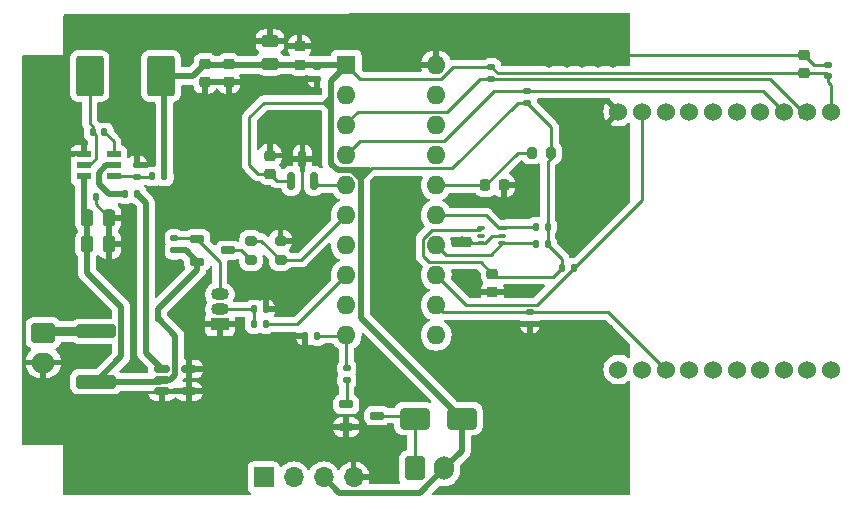
<source format=gbr>
%TF.GenerationSoftware,KiCad,Pcbnew,8.0.6*%
%TF.CreationDate,2025-02-05T16:39:24-07:00*%
%TF.ProjectId,PACS_1.0,50414353-5f31-42e3-902e-6b696361645f,rev?*%
%TF.SameCoordinates,Original*%
%TF.FileFunction,Copper,L1,Top*%
%TF.FilePolarity,Positive*%
%FSLAX46Y46*%
G04 Gerber Fmt 4.6, Leading zero omitted, Abs format (unit mm)*
G04 Created by KiCad (PCBNEW 8.0.6) date 2025-02-05 16:39:24*
%MOMM*%
%LPD*%
G01*
G04 APERTURE LIST*
G04 Aperture macros list*
%AMRoundRect*
0 Rectangle with rounded corners*
0 $1 Rounding radius*
0 $2 $3 $4 $5 $6 $7 $8 $9 X,Y pos of 4 corners*
0 Add a 4 corners polygon primitive as box body*
4,1,4,$2,$3,$4,$5,$6,$7,$8,$9,$2,$3,0*
0 Add four circle primitives for the rounded corners*
1,1,$1+$1,$2,$3*
1,1,$1+$1,$4,$5*
1,1,$1+$1,$6,$7*
1,1,$1+$1,$8,$9*
0 Add four rect primitives between the rounded corners*
20,1,$1+$1,$2,$3,$4,$5,0*
20,1,$1+$1,$4,$5,$6,$7,0*
20,1,$1+$1,$6,$7,$8,$9,0*
20,1,$1+$1,$8,$9,$2,$3,0*%
G04 Aperture macros list end*
%TA.AperFunction,Conductor*%
%ADD10C,0.200000*%
%TD*%
%TA.AperFunction,Conductor*%
%ADD11C,0.150000*%
%TD*%
%TA.AperFunction,ComponentPad*%
%ADD12R,1.500000X1.050000*%
%TD*%
%TA.AperFunction,ComponentPad*%
%ADD13O,1.500000X1.050000*%
%TD*%
%TA.AperFunction,SMDPad,CuDef*%
%ADD14RoundRect,0.140000X-0.140000X-0.170000X0.140000X-0.170000X0.140000X0.170000X-0.140000X0.170000X0*%
%TD*%
%TA.AperFunction,SMDPad,CuDef*%
%ADD15RoundRect,0.135000X-0.135000X-0.185000X0.135000X-0.185000X0.135000X0.185000X-0.135000X0.185000X0*%
%TD*%
%TA.AperFunction,ComponentPad*%
%ADD16R,1.600000X1.600000*%
%TD*%
%TA.AperFunction,ComponentPad*%
%ADD17O,1.600000X1.600000*%
%TD*%
%TA.AperFunction,SMDPad,CuDef*%
%ADD18RoundRect,0.200000X0.200000X0.275000X-0.200000X0.275000X-0.200000X-0.275000X0.200000X-0.275000X0*%
%TD*%
%TA.AperFunction,SMDPad,CuDef*%
%ADD19RoundRect,0.150000X0.150000X-0.587500X0.150000X0.587500X-0.150000X0.587500X-0.150000X-0.587500X0*%
%TD*%
%TA.AperFunction,SMDPad,CuDef*%
%ADD20RoundRect,0.135000X-0.185000X0.135000X-0.185000X-0.135000X0.185000X-0.135000X0.185000X0.135000X0*%
%TD*%
%TA.AperFunction,SMDPad,CuDef*%
%ADD21RoundRect,0.225000X0.250000X-0.225000X0.250000X0.225000X-0.250000X0.225000X-0.250000X-0.225000X0*%
%TD*%
%TA.AperFunction,SMDPad,CuDef*%
%ADD22RoundRect,0.075000X-0.250000X-0.075000X0.250000X-0.075000X0.250000X0.075000X-0.250000X0.075000X0*%
%TD*%
%TA.AperFunction,SMDPad,CuDef*%
%ADD23RoundRect,0.135000X0.135000X0.185000X-0.135000X0.185000X-0.135000X-0.185000X0.135000X-0.185000X0*%
%TD*%
%TA.AperFunction,SMDPad,CuDef*%
%ADD24RoundRect,0.250000X-0.250000X-0.475000X0.250000X-0.475000X0.250000X0.475000X-0.250000X0.475000X0*%
%TD*%
%TA.AperFunction,ComponentPad*%
%ADD25R,1.700000X1.700000*%
%TD*%
%TA.AperFunction,ComponentPad*%
%ADD26O,1.700000X1.700000*%
%TD*%
%TA.AperFunction,SMDPad,CuDef*%
%ADD27RoundRect,0.225000X-0.225000X-0.250000X0.225000X-0.250000X0.225000X0.250000X-0.225000X0.250000X0*%
%TD*%
%TA.AperFunction,SMDPad,CuDef*%
%ADD28RoundRect,0.225000X-0.250000X0.225000X-0.250000X-0.225000X0.250000X-0.225000X0.250000X0.225000X0*%
%TD*%
%TA.AperFunction,ComponentPad*%
%ADD29RoundRect,0.250000X-0.750000X0.600000X-0.750000X-0.600000X0.750000X-0.600000X0.750000X0.600000X0*%
%TD*%
%TA.AperFunction,ComponentPad*%
%ADD30O,2.000000X1.700000*%
%TD*%
%TA.AperFunction,SMDPad,CuDef*%
%ADD31RoundRect,0.162500X-0.447500X-0.162500X0.447500X-0.162500X0.447500X0.162500X-0.447500X0.162500X0*%
%TD*%
%TA.AperFunction,SMDPad,CuDef*%
%ADD32RoundRect,0.140000X0.140000X0.170000X-0.140000X0.170000X-0.140000X-0.170000X0.140000X-0.170000X0*%
%TD*%
%TA.AperFunction,SMDPad,CuDef*%
%ADD33RoundRect,0.250000X1.000000X0.650000X-1.000000X0.650000X-1.000000X-0.650000X1.000000X-0.650000X0*%
%TD*%
%TA.AperFunction,SMDPad,CuDef*%
%ADD34RoundRect,0.073750X-0.551250X-0.221250X0.551250X-0.221250X0.551250X0.221250X-0.551250X0.221250X0*%
%TD*%
%TA.AperFunction,SMDPad,CuDef*%
%ADD35RoundRect,0.250000X-1.450000X0.312500X-1.450000X-0.312500X1.450000X-0.312500X1.450000X0.312500X0*%
%TD*%
%TA.AperFunction,SMDPad,CuDef*%
%ADD36RoundRect,0.200000X0.275000X-0.200000X0.275000X0.200000X-0.275000X0.200000X-0.275000X-0.200000X0*%
%TD*%
%TA.AperFunction,SMDPad,CuDef*%
%ADD37RoundRect,0.135000X0.185000X-0.135000X0.185000X0.135000X-0.185000X0.135000X-0.185000X-0.135000X0*%
%TD*%
%TA.AperFunction,SMDPad,CuDef*%
%ADD38RoundRect,0.140000X-0.170000X0.140000X-0.170000X-0.140000X0.170000X-0.140000X0.170000X0.140000X0*%
%TD*%
%TA.AperFunction,SMDPad,CuDef*%
%ADD39RoundRect,0.140000X0.170000X-0.140000X0.170000X0.140000X-0.170000X0.140000X-0.170000X-0.140000X0*%
%TD*%
%TA.AperFunction,ComponentPad*%
%ADD40RoundRect,0.250000X-0.600000X-0.750000X0.600000X-0.750000X0.600000X0.750000X-0.600000X0.750000X0*%
%TD*%
%TA.AperFunction,ComponentPad*%
%ADD41O,1.700000X2.000000*%
%TD*%
%TA.AperFunction,SMDPad,CuDef*%
%ADD42RoundRect,0.250000X0.475000X-0.250000X0.475000X0.250000X-0.475000X0.250000X-0.475000X-0.250000X0*%
%TD*%
%TA.AperFunction,SMDPad,CuDef*%
%ADD43RoundRect,0.235000X-0.940000X-1.465000X0.940000X-1.465000X0.940000X1.465000X-0.940000X1.465000X0*%
%TD*%
%TA.AperFunction,ComponentPad*%
%ADD44C,1.524000*%
%TD*%
%TA.AperFunction,SMDPad,CuDef*%
%ADD45RoundRect,0.150000X-0.512500X-0.150000X0.512500X-0.150000X0.512500X0.150000X-0.512500X0.150000X0*%
%TD*%
%TA.AperFunction,ViaPad*%
%ADD46C,0.800000*%
%TD*%
%TA.AperFunction,Conductor*%
%ADD47C,0.250000*%
%TD*%
%TA.AperFunction,Conductor*%
%ADD48C,0.500000*%
%TD*%
%TA.AperFunction,Conductor*%
%ADD49C,0.750000*%
%TD*%
G04 APERTURE END LIST*
D10*
%TO.N,+3.3V*%
X170500000Y-78250000D02*
X169750000Y-77500000D01*
X170500000Y-76750000D01*
X170500000Y-78250000D01*
%TA.AperFunction,Conductor*%
G36*
X170500000Y-78250000D02*
G01*
X169750000Y-77500000D01*
X170500000Y-76750000D01*
X170500000Y-78250000D01*
G37*
%TD.AperFunction*%
D11*
X173000000Y-83750000D02*
X172250000Y-83000000D01*
X173750000Y-83000000D01*
X173000000Y-83750000D01*
%TA.AperFunction,Conductor*%
G36*
X173000000Y-83750000D02*
G01*
X172250000Y-83000000D01*
X173750000Y-83000000D01*
X173000000Y-83750000D01*
G37*
%TD.AperFunction*%
%TD*%
D12*
%TO.P,Q1,1,E*%
%TO.N,GND*%
X161000000Y-96270000D03*
D13*
%TO.P,Q1,2,B*%
%TO.N,Net-(Q1-B)*%
X161000000Y-95000000D03*
%TO.P,Q1,3,C*%
%TO.N,Net-(Q1-C)*%
X161000000Y-93730000D03*
%TD*%
D14*
%TO.P,C7,1*%
%TO.N,Net-(U2-VDD)*%
X149520000Y-85500000D03*
%TO.P,C7,2*%
%TO.N,GND*%
X150480000Y-85500000D03*
%TD*%
D15*
%TO.P,R13,1*%
%TO.N,GND*%
X168240000Y-97250000D03*
%TO.P,R13,2*%
%TO.N,/Actuators/PWM_Pump*%
X169260000Y-97250000D03*
%TD*%
%TO.P,R15,1*%
%TO.N,+3.3V*%
X189990000Y-91500000D03*
%TO.P,R15,2*%
%TO.N,/Zigbee Module/SLEEP_RQ*%
X191010000Y-91500000D03*
%TD*%
D16*
%TO.P,U1,1,DVCC*%
%TO.N,+3.3V*%
X171700000Y-74325000D03*
D17*
%TO.P,U1,2,TA0CLK/ACLK/CA0/A0/P1.0*%
%TO.N,unconnected-(U1-TA0CLK{slash}ACLK{slash}CA0{slash}A0{slash}P1.0-Pad2)*%
X171700000Y-76865000D03*
%TO.P,U1,3,UCA0RXD/UCA0SOMI/TA0.0/CA1/A1/P1.1*%
%TO.N,/Zigbee Module/Tx*%
X171700000Y-79405000D03*
%TO.P,U1,4,UCA0TXD/UCA0SIMO/TA0.1/CA2/A2/P1.2*%
%TO.N,/Zigbee Module/Rx*%
X171700000Y-81945000D03*
%TO.P,U1,5,CAOUT/VREF-/VeREF-/CA3/A3/P1.3*%
%TO.N,/Sensors/A_Temp*%
X171700000Y-84485000D03*
%TO.P,U1,6,TCK/SMCLK/UCB0STE/UCA0CLK/VREF+/VeREF+/CA4/A4/P1.4*%
%TO.N,/Power/A_Voltage*%
X171700000Y-87025000D03*
%TO.P,U1,7,TMS/UCB0CLK/UCA0STE/TA0.0/CA5/A5/P1.5*%
%TO.N,/Sensors/A_Water*%
X171700000Y-89565000D03*
%TO.P,U1,8,P2.0/TA1.0*%
%TO.N,/Power/VD_ON{slash}OFF*%
X171700000Y-92105000D03*
%TO.P,U1,9,P2.1/TA1.1*%
%TO.N,unconnected-(U1-P2.1{slash}TA1.1-Pad9)*%
X171700000Y-94645000D03*
%TO.P,U1,10,P2.2/TA1.1*%
%TO.N,/Actuators/PWM_Pump*%
X171700000Y-97185000D03*
%TO.P,U1,11,P2.3/TA1.0*%
%TO.N,unconnected-(U1-P2.3{slash}TA1.0-Pad11)*%
X179320000Y-97185000D03*
%TO.P,U1,12,P2.4/TA1.2*%
%TO.N,/Zigbee Module/Sleep_Indicator*%
X179320000Y-94645000D03*
%TO.P,U1,13,P2.5/TA1.2*%
%TO.N,/Zigbee Module/SLEEP_RQ*%
X179320000Y-92105000D03*
%TO.P,U1,14,TDI/TCLK/UCB0SOMI/UCB0SCL/TA0.1/CA6/A6/P1.6*%
%TO.N,/Sensors/SCL*%
X179320000Y-89565000D03*
%TO.P,U1,15,TDO/TDI/UCB0SIMO/UCB0SDA/CAOUT/CA7/A7/P1.7*%
%TO.N,/Sensors/SDA*%
X179320000Y-87025000D03*
%TO.P,U1,16,~{RST}/NMI/SBWTDIO*%
%TO.N,Net-(U1-~{RST}{slash}NMI{slash}SBWTDIO)*%
X179320000Y-84485000D03*
%TO.P,U1,17,TEST/SBWTCK*%
%TO.N,unconnected-(U1-TEST{slash}SBWTCK-Pad17)*%
X179320000Y-81945000D03*
%TO.P,U1,18,P2.7/XOUT*%
%TO.N,unconnected-(U1-P2.7{slash}XOUT-Pad18)*%
X179320000Y-79405000D03*
%TO.P,U1,19,P2.6/XIN/TA0.1*%
%TO.N,unconnected-(U1-P2.6{slash}XIN{slash}TA0.1-Pad19)*%
X179320000Y-76865000D03*
%TO.P,U1,20,DVSS*%
%TO.N,GND*%
X179320000Y-74325000D03*
%TD*%
D18*
%TO.P,R1,1*%
%TO.N,+3.3V*%
X189075000Y-81750000D03*
%TO.P,R1,2*%
%TO.N,Net-(U1-~{RST}{slash}NMI{slash}SBWTDIO)*%
X187425000Y-81750000D03*
%TD*%
D19*
%TO.P,U5,1,V_{DD}*%
%TO.N,+3.3V*%
X167050000Y-84125000D03*
%TO.P,U5,2,V_{OUT}*%
%TO.N,/Sensors/A_Temp*%
X168950000Y-84125000D03*
%TO.P,U5,3,GND*%
%TO.N,GND*%
X168000000Y-82250000D03*
%TD*%
D20*
%TO.P,R14,1*%
%TO.N,/Actuators/PWM_Pump*%
X171750000Y-99990000D03*
%TO.P,R14,2*%
%TO.N,Net-(Q2-Pad1)*%
X171750000Y-101010000D03*
%TD*%
D21*
%TO.P,C3,1*%
%TO.N,+3.3V*%
X167750000Y-74275000D03*
%TO.P,C3,2*%
%TO.N,GND*%
X167750000Y-72725000D03*
%TD*%
D22*
%TO.P,U6,1,VDD*%
%TO.N,+3.3V*%
X183100000Y-88100000D03*
%TO.P,U6,2,NC*%
%TO.N,unconnected-(U6-NC-Pad2)*%
X183100000Y-88750000D03*
%TO.P,U6,3,GND*%
%TO.N,GND*%
X183100000Y-89400000D03*
%TO.P,U6,4,SCL*%
%TO.N,/Sensors/SCL*%
X184900000Y-89400000D03*
%TO.P,U6,5,INT*%
%TO.N,GND*%
X184900000Y-88750000D03*
%TO.P,U6,6,SDA*%
%TO.N,/Sensors/SDA*%
X184900000Y-88100000D03*
%TD*%
D23*
%TO.P,R6,1*%
%TO.N,Net-(U2-OUT)*%
X154010000Y-85250000D03*
%TO.P,R6,2*%
%TO.N,Net-(U4-EN)*%
X152990000Y-85250000D03*
%TD*%
D24*
%TO.P,C6,1*%
%TO.N,Net-(U2-VDD)*%
X149750000Y-87250000D03*
%TO.P,C6,2*%
%TO.N,GND*%
X151650000Y-87250000D03*
%TD*%
D25*
%TO.P,J1,1,Pin_1*%
%TO.N,/Sensors/A_Water*%
X164700000Y-109225000D03*
D26*
%TO.P,J1,2,Pin_2*%
X167240000Y-109225000D03*
%TO.P,J1,3,Pin_3*%
%TO.N,+3.3V*%
X169780000Y-109225000D03*
%TO.P,J1,4,Pin_4*%
%TO.N,GND*%
X172320000Y-109225000D03*
%TD*%
D20*
%TO.P,R17,1*%
%TO.N,+3.3V*%
X184000000Y-74490000D03*
%TO.P,R17,2*%
%TO.N,/Zigbee Module/Tx*%
X184000000Y-75510000D03*
%TD*%
D27*
%TO.P,C1,1*%
%TO.N,Net-(U1-~{RST}{slash}NMI{slash}SBWTDIO)*%
X183475000Y-84500000D03*
%TO.P,C1,2*%
%TO.N,GND*%
X185025000Y-84500000D03*
%TD*%
D28*
%TO.P,C11,1*%
%TO.N,GND*%
X165250000Y-81975000D03*
%TO.P,C11,2*%
%TO.N,+3.3V*%
X165250000Y-83525000D03*
%TD*%
D23*
%TO.P,R4,1*%
%TO.N,Net-(U2-VDD)*%
X155760000Y-95750000D03*
%TO.P,R4,2*%
%TO.N,Net-(U2-OUT)*%
X154740000Y-95750000D03*
%TD*%
D29*
%TO.P,BT1,1,+*%
%TO.N,Net-(BT1-+)*%
X146050000Y-97000000D03*
D30*
%TO.P,BT1,2,-*%
%TO.N,GND*%
X146050000Y-99500000D03*
%TD*%
D31*
%TO.P,U3,1*%
%TO.N,Net-(Q1-C)*%
X159080000Y-89050000D03*
%TO.P,U3,2*%
%TO.N,Net-(U2-VDD)*%
X159080000Y-90950000D03*
%TO.P,U3,3*%
%TO.N,Net-(R11-Pad1)*%
X161700000Y-90000000D03*
%TD*%
D32*
%TO.P,C8,1*%
%TO.N,Net-(U4-VBST)*%
X151230000Y-80000000D03*
%TO.P,C8,2*%
%TO.N,Net-(U4-SW)*%
X150270000Y-80000000D03*
%TD*%
D21*
%TO.P,C12,1*%
%TO.N,GND*%
X184070000Y-93525000D03*
%TO.P,C12,2*%
%TO.N,+3.3V*%
X184070000Y-91975000D03*
%TD*%
D20*
%TO.P,R18,1*%
%TO.N,/Zigbee Module/Sleep_Indicator*%
X187250000Y-95240000D03*
%TO.P,R18,2*%
%TO.N,GND*%
X187250000Y-96260000D03*
%TD*%
D28*
%TO.P,C10,1*%
%TO.N,+3.3V*%
X161750000Y-74225000D03*
%TO.P,C10,2*%
%TO.N,GND*%
X161750000Y-75775000D03*
%TD*%
D33*
%TO.P,CR1,1*%
%TO.N,+3.3V*%
X181500000Y-104250000D03*
%TO.P,CR1,2*%
%TO.N,Net-(J2-Pin_1)*%
X177500000Y-104250000D03*
%TD*%
D34*
%TO.P,U4,1,GND*%
%TO.N,GND*%
X149490000Y-81850000D03*
%TO.P,U4,2,SW*%
%TO.N,Net-(U4-SW)*%
X149490000Y-82800000D03*
%TO.P,U4,3,VIN*%
%TO.N,Net-(U2-VDD)*%
X149490000Y-83750000D03*
%TO.P,U4,4,VFB*%
%TO.N,Net-(U4-VFB)*%
X152000000Y-83750000D03*
%TO.P,U4,5,EN*%
%TO.N,Net-(U4-EN)*%
X152000000Y-82800000D03*
%TO.P,U4,6,VBST*%
%TO.N,Net-(U4-VBST)*%
X152000000Y-81850000D03*
%TD*%
D21*
%TO.P,C14,1*%
%TO.N,+3.3V*%
X210500000Y-75025000D03*
%TO.P,C14,2*%
%TO.N,GND*%
X210500000Y-73475000D03*
%TD*%
D35*
%TO.P,F1,1*%
%TO.N,Net-(BT1-+)*%
X150500000Y-96862500D03*
%TO.P,F1,2*%
%TO.N,Net-(U2-VDD)*%
X150500000Y-101137500D03*
%TD*%
D28*
%TO.P,C9,1*%
%TO.N,+3.3V*%
X159750000Y-74225000D03*
%TO.P,C9,2*%
%TO.N,GND*%
X159750000Y-75775000D03*
%TD*%
D23*
%TO.P,R2,1*%
%TO.N,+3.3V*%
X188760000Y-89500000D03*
%TO.P,R2,2*%
%TO.N,/Sensors/SCL*%
X187740000Y-89500000D03*
%TD*%
D36*
%TO.P,R12,1*%
%TO.N,/Power/A_Voltage*%
X166140000Y-90825000D03*
%TO.P,R12,2*%
%TO.N,GND*%
X166140000Y-89175000D03*
%TD*%
D37*
%TO.P,R9,1*%
%TO.N,Net-(U2-VDD)*%
X157140000Y-90010000D03*
%TO.P,R9,2*%
%TO.N,Net-(Q1-C)*%
X157140000Y-88990000D03*
%TD*%
D24*
%TO.P,C5,1*%
%TO.N,Net-(U2-VDD)*%
X149750000Y-89500000D03*
%TO.P,C5,2*%
%TO.N,GND*%
X151650000Y-89500000D03*
%TD*%
D38*
%TO.P,C4,1*%
%TO.N,+3.3V*%
X169250000Y-74500000D03*
%TO.P,C4,2*%
%TO.N,GND*%
X169250000Y-75460000D03*
%TD*%
D36*
%TO.P,R11,1*%
%TO.N,Net-(R11-Pad1)*%
X163640000Y-90825000D03*
%TO.P,R11,2*%
%TO.N,/Power/A_Voltage*%
X163640000Y-89175000D03*
%TD*%
D39*
%TO.P,C13,1*%
%TO.N,+3.3V*%
X212500000Y-75230000D03*
%TO.P,C13,2*%
%TO.N,GND*%
X212500000Y-74270000D03*
%TD*%
D15*
%TO.P,R7,1*%
%TO.N,Net-(Q1-B)*%
X163880000Y-95000000D03*
%TO.P,R7,2*%
%TO.N,GND*%
X164900000Y-95000000D03*
%TD*%
D23*
%TO.P,R5,1*%
%TO.N,/Power/VD_ON{slash}OFF*%
X164900000Y-96250000D03*
%TO.P,R5,2*%
%TO.N,Net-(Q1-B)*%
X163880000Y-96250000D03*
%TD*%
%TO.P,R3,1*%
%TO.N,+3.3V*%
X188760000Y-88000000D03*
%TO.P,R3,2*%
%TO.N,/Sensors/SDA*%
X187740000Y-88000000D03*
%TD*%
D40*
%TO.P,J2,1,Pin_1*%
%TO.N,Net-(J2-Pin_1)*%
X177500000Y-108450000D03*
D41*
%TO.P,J2,2,Pin_2*%
%TO.N,+3.3V*%
X180000000Y-108450000D03*
%TD*%
D31*
%TO.P,Q2,1*%
%TO.N,Net-(Q2-Pad1)*%
X171690000Y-103050000D03*
%TO.P,Q2,2*%
%TO.N,GND*%
X171690000Y-104950000D03*
%TO.P,Q2,3*%
%TO.N,Net-(J2-Pin_1)*%
X174310000Y-104000000D03*
%TD*%
D42*
%TO.P,C2,1*%
%TO.N,+3.3V*%
X165250000Y-74200000D03*
%TO.P,C2,2*%
%TO.N,GND*%
X165250000Y-72300000D03*
%TD*%
D43*
%TO.P,L1,1,1*%
%TO.N,Net-(U4-SW)*%
X149975000Y-75250000D03*
%TO.P,L1,2,2*%
%TO.N,+3.3V*%
X156025000Y-75250000D03*
%TD*%
D15*
%TO.P,R8,1*%
%TO.N,Net-(U4-VFB)*%
X155290000Y-83750000D03*
%TO.P,R8,2*%
%TO.N,+3.3V*%
X156310000Y-83750000D03*
%TD*%
D44*
%TO.P,U7,1,VCC*%
%TO.N,+3.3V*%
X212750000Y-78250000D03*
%TO.P,U7,2,DOUT*%
%TO.N,/Zigbee Module/Tx*%
X210750000Y-78250000D03*
%TO.P,U7,3,DIN/CONFIG*%
%TO.N,/Zigbee Module/Rx*%
X208750000Y-78250000D03*
%TO.P,U7,4,SPI_MISO*%
%TO.N,unconnected-(U7-SPI_MISO-Pad4)*%
X206750000Y-78250000D03*
%TO.P,U7,5,RESET*%
%TO.N,unconnected-(U7-RESET-Pad5)*%
X204750000Y-78250000D03*
%TO.P,U7,6,PWM0/RSSI_PWM*%
%TO.N,unconnected-(U7-PWM0{slash}RSSI_PWM-Pad6)*%
X202750000Y-78250000D03*
%TO.P,U7,7,PWM1*%
%TO.N,unconnected-(U7-PWM1-Pad7)*%
X200750000Y-78250000D03*
%TO.P,U7,8,DNC*%
%TO.N,unconnected-(U7-DNC-Pad8)*%
X198750000Y-78250000D03*
%TO.P,U7,9,DI8/SLEEP_RQ/DTR*%
%TO.N,/Zigbee Module/SLEEP_RQ*%
X196750000Y-78250000D03*
%TO.P,U7,10,GND*%
%TO.N,GND*%
X194750000Y-78250000D03*
%TO.P,U7,11,DIO4/SPI_MOSI*%
%TO.N,unconnected-(U7-DIO4{slash}SPI_MOSI-Pad11)*%
X194750000Y-100094000D03*
%TO.P,U7,12,DIO7/CTS*%
%TO.N,unconnected-(U7-DIO7{slash}CTS-Pad12)*%
X196750000Y-100094000D03*
%TO.P,U7,13,ON/SLEEP*%
%TO.N,/Zigbee Module/Sleep_Indicator*%
X198750000Y-100094000D03*
%TO.P,U7,14,V_REF*%
%TO.N,unconnected-(U7-V_REF-Pad14)*%
X200750000Y-100094000D03*
%TO.P,U7,15,DIO5/ASSOC*%
%TO.N,unconnected-(U7-DIO5{slash}ASSOC-Pad15)*%
X202750000Y-100094000D03*
%TO.P,U7,16,DIO6/RTS*%
%TO.N,unconnected-(U7-DIO6{slash}RTS-Pad16)*%
X204750000Y-100094000D03*
%TO.P,U7,17,DIO3/AD3/SPI_SSEL*%
%TO.N,unconnected-(U7-DIO3{slash}AD3{slash}SPI_SSEL-Pad17)*%
X206750000Y-100094000D03*
%TO.P,U7,18,DIO2/AD2/SPI_CLK*%
%TO.N,unconnected-(U7-DIO2{slash}AD2{slash}SPI_CLK-Pad18)*%
X208750000Y-100094000D03*
%TO.P,U7,19,DIO1/AD1/SPI_ATTN*%
%TO.N,unconnected-(U7-DIO1{slash}AD1{slash}SPI_ATTN-Pad19)*%
X210750000Y-100094000D03*
%TO.P,U7,20,DIO0/AD0*%
%TO.N,unconnected-(U7-DIO0{slash}AD0-Pad20)*%
X212750000Y-100094000D03*
%TD*%
D37*
%TO.P,R16,1*%
%TO.N,+3.3V*%
X187000000Y-77510000D03*
%TO.P,R16,2*%
%TO.N,/Zigbee Module/Rx*%
X187000000Y-76490000D03*
%TD*%
D45*
%TO.P,U2,1,OUT*%
%TO.N,Net-(U2-OUT)*%
X156112500Y-100050000D03*
%TO.P,U2,2,VDD*%
%TO.N,Net-(U2-VDD)*%
X156112500Y-101000000D03*
%TO.P,U2,3,VSS*%
%TO.N,GND*%
X156112500Y-101950000D03*
%TO.P,U2,4,NC*%
X158387500Y-101950000D03*
%TO.P,U2,5,NC*%
X158387500Y-100050000D03*
%TD*%
D37*
%TO.P,R10,1*%
%TO.N,Net-(U4-VFB)*%
X154000000Y-83760000D03*
%TO.P,R10,2*%
%TO.N,GND*%
X154000000Y-82740000D03*
%TD*%
D46*
%TO.N,GND*%
X191675000Y-71450000D03*
X184625000Y-106975000D03*
X186087500Y-102737500D03*
X194300000Y-71475000D03*
X147500000Y-103650000D03*
X164500000Y-99250000D03*
X192975000Y-84050000D03*
X177112500Y-71462500D03*
X146750000Y-80750000D03*
X162762500Y-70962500D03*
X184300000Y-72925000D03*
X153250000Y-90000000D03*
X171037500Y-71487500D03*
X150625000Y-106525000D03*
X177025000Y-98100000D03*
X156700000Y-104950000D03*
X153700000Y-108125000D03*
X186000000Y-99875000D03*
X194350000Y-82575000D03*
X190300000Y-78600000D03*
X184575000Y-102725000D03*
X175600000Y-88775000D03*
X191462500Y-84037500D03*
X191712500Y-108362500D03*
X145900000Y-103675000D03*
X174125000Y-88775000D03*
X156700000Y-109825000D03*
X190225000Y-109825000D03*
X175600000Y-90475000D03*
X156700000Y-106500000D03*
X155100000Y-109850000D03*
X172512500Y-71487500D03*
X192987500Y-102737500D03*
X177075000Y-84250000D03*
X183225000Y-96775000D03*
X149025000Y-106550000D03*
X194325000Y-109850000D03*
X183237500Y-99862500D03*
X145337500Y-74562500D03*
X193000000Y-74175000D03*
X188912500Y-71437500D03*
X187300000Y-72925000D03*
X161350000Y-106475000D03*
X145225000Y-91450000D03*
X157937500Y-78612500D03*
X191175000Y-96625000D03*
X160750000Y-80075000D03*
X194337500Y-108387500D03*
X157925000Y-80075000D03*
X190350000Y-79850000D03*
X184612500Y-96737500D03*
X161375000Y-103575000D03*
X174100000Y-94775000D03*
X166075000Y-103525000D03*
X190375000Y-72900000D03*
X145312500Y-86912500D03*
X166100000Y-99225000D03*
X162950000Y-106450000D03*
X181237500Y-71487500D03*
X186075000Y-109825000D03*
X156725000Y-103600000D03*
X188900000Y-72900000D03*
X146737500Y-77637500D03*
X194362500Y-84012500D03*
X175600000Y-87150000D03*
X194275000Y-74175000D03*
X153725000Y-103600000D03*
X158200000Y-103600000D03*
X175575000Y-93225000D03*
X155125000Y-103625000D03*
X178587500Y-71462500D03*
X146725000Y-79100000D03*
X150625000Y-108150000D03*
X166075000Y-100575000D03*
X193000000Y-72925000D03*
X194337500Y-106987500D03*
X161287500Y-70962500D03*
X165500000Y-79000000D03*
X158175000Y-104950000D03*
X184612500Y-98187500D03*
X162225000Y-80075000D03*
X161350000Y-104925000D03*
X190175000Y-104225000D03*
X158175000Y-108125000D03*
X164450000Y-106450000D03*
X186250000Y-93500000D03*
X145275000Y-85350000D03*
X174125000Y-91875000D03*
X171500000Y-106750000D03*
X187025000Y-85550000D03*
X194350000Y-81125000D03*
X185900000Y-72900000D03*
X187312500Y-71462500D03*
X191162500Y-98087500D03*
X158250000Y-72425000D03*
X153700000Y-109825000D03*
X145350000Y-82275000D03*
X159775000Y-104925000D03*
X159775000Y-109800000D03*
X169437500Y-71512500D03*
X182837500Y-71462500D03*
X188850000Y-102750000D03*
X145300000Y-88375000D03*
X187550000Y-104200000D03*
X194062500Y-98100000D03*
X155100000Y-104975000D03*
X177025000Y-96400000D03*
X186125000Y-101337500D03*
X184625000Y-101275000D03*
X194312500Y-104212500D03*
X149025000Y-109875000D03*
X188862500Y-106987500D03*
X169250000Y-105500000D03*
X164450000Y-104900000D03*
X164475000Y-103550000D03*
X190125000Y-101325000D03*
X190387500Y-71437500D03*
X162237500Y-78612500D03*
X192562500Y-96587500D03*
X194325000Y-102750000D03*
X155100000Y-108150000D03*
X186112500Y-105512500D03*
X159387500Y-81362500D03*
X188900000Y-74150000D03*
X145250000Y-79100000D03*
X188712500Y-108387500D03*
X187362500Y-109837500D03*
X159375000Y-82825000D03*
X145262500Y-77637500D03*
X184312500Y-71462500D03*
X181225000Y-72950000D03*
X149025000Y-105000000D03*
X190050000Y-84025000D03*
X175575000Y-94775000D03*
X187512500Y-99912500D03*
X166050000Y-106425000D03*
X153700000Y-104950000D03*
X153700000Y-106500000D03*
X188700000Y-109850000D03*
X168250000Y-100000000D03*
X146750000Y-83750000D03*
X165500000Y-86250000D03*
X156700000Y-108125000D03*
X181250000Y-92250000D03*
X163000000Y-99250000D03*
X164475000Y-102150000D03*
X175625000Y-84250000D03*
X191700000Y-109825000D03*
X159775000Y-108100000D03*
X159412500Y-78612500D03*
X175600000Y-85600000D03*
X191487500Y-85512500D03*
X167250000Y-86500000D03*
X192987500Y-109837500D03*
X190200000Y-107000000D03*
X184600000Y-109825000D03*
X145362500Y-80812500D03*
X190187500Y-102762500D03*
X185912500Y-71437500D03*
X157500000Y-95250000D03*
X186075000Y-104200000D03*
X193000000Y-106975000D03*
X157900000Y-82825000D03*
X164475000Y-100600000D03*
X162200000Y-82800000D03*
X183212500Y-98237500D03*
X145325000Y-76025000D03*
X193937500Y-96637500D03*
X184625000Y-99825000D03*
X158175000Y-109825000D03*
X190212500Y-105537500D03*
X174100000Y-93225000D03*
X162975000Y-100600000D03*
X184600000Y-105500000D03*
X191712500Y-106962500D03*
X191662500Y-74162500D03*
X156500000Y-91750000D03*
X194362500Y-85462500D03*
X191725000Y-105500000D03*
X184600000Y-104200000D03*
X181737500Y-98237500D03*
X152100000Y-104975000D03*
X194287500Y-72937500D03*
X187500000Y-101375000D03*
X186087500Y-108362500D03*
X152100000Y-106525000D03*
X192962500Y-79862500D03*
X189687500Y-98087500D03*
X166075000Y-102125000D03*
X174125000Y-85600000D03*
X175600000Y-91875000D03*
X192562500Y-98037500D03*
X177050000Y-87150000D03*
X190075000Y-85500000D03*
X181750000Y-101325000D03*
X159800000Y-103575000D03*
X162750000Y-72425000D03*
X168500000Y-79000000D03*
X152100000Y-108150000D03*
X160737500Y-81337500D03*
X173250000Y-106750000D03*
X150625000Y-109850000D03*
X159737500Y-70962500D03*
X187375000Y-108375000D03*
X150625000Y-104975000D03*
X155100000Y-106525000D03*
X174150000Y-84250000D03*
X188875000Y-105525000D03*
X162950000Y-104900000D03*
X174125000Y-87150000D03*
X177050000Y-90475000D03*
X174125000Y-90475000D03*
X159400000Y-80075000D03*
X146812500Y-74562500D03*
X160762500Y-78612500D03*
X181500000Y-89250000D03*
X187025000Y-83775000D03*
X159775000Y-106475000D03*
X190237500Y-108362500D03*
X149025000Y-108175000D03*
X191700000Y-102725000D03*
X161275000Y-72425000D03*
X177025000Y-93225000D03*
X193012500Y-71462500D03*
X177050000Y-85600000D03*
X193000000Y-108375000D03*
X189662500Y-96612500D03*
X191575000Y-78600000D03*
X190375000Y-74150000D03*
X177025000Y-94775000D03*
X159725000Y-72425000D03*
X192950000Y-82625000D03*
X174112500Y-71462500D03*
X145287500Y-83887500D03*
X158175000Y-106500000D03*
X192975000Y-104200000D03*
X160725000Y-82800000D03*
X181725000Y-99850000D03*
X187562500Y-102737500D03*
X153250000Y-87500000D03*
X149050000Y-103650000D03*
X193012500Y-105512500D03*
X152100000Y-109850000D03*
X162975000Y-102150000D03*
X146800000Y-76025000D03*
X166050000Y-104875000D03*
X162212500Y-81337500D03*
X147475000Y-105000000D03*
X187587500Y-105512500D03*
X191687500Y-104187500D03*
X145875000Y-105025000D03*
X188850000Y-99850000D03*
X187575000Y-106975000D03*
X182825000Y-72925000D03*
X158262500Y-70962500D03*
X194350000Y-105525000D03*
X188837500Y-101312500D03*
X190137500Y-99862500D03*
X192962500Y-81162500D03*
X191687500Y-79862500D03*
X154000000Y-80000000D03*
X177050000Y-88775000D03*
X181712500Y-96762500D03*
X166000000Y-93000000D03*
X191462500Y-101337500D03*
X191662500Y-72912500D03*
X150650000Y-103625000D03*
X186100000Y-106975000D03*
X157912500Y-81362500D03*
X191475000Y-99875000D03*
X152125000Y-103625000D03*
X183225000Y-101325000D03*
X145237500Y-89987500D03*
X175575000Y-96400000D03*
X162975000Y-103550000D03*
X175500000Y-70650000D03*
X179875000Y-71475000D03*
X188837500Y-104212500D03*
X177050000Y-91875000D03*
X192962500Y-85512500D03*
%TD*%
D47*
%TO.N,GND*%
X210500000Y-73475000D02*
X194825000Y-73475000D01*
X183100000Y-89400000D02*
X181650000Y-89400000D01*
X184074999Y-88750000D02*
X184900000Y-88750000D01*
X158387500Y-101950000D02*
X156112500Y-101950000D01*
X212500000Y-74270000D02*
X211295000Y-74270000D01*
X211295000Y-74270000D02*
X210500000Y-73475000D01*
X150480000Y-86080000D02*
X151650000Y-87250000D01*
X181650000Y-89400000D02*
X181500000Y-89250000D01*
X158387500Y-100050000D02*
X158387500Y-101950000D01*
X183424999Y-89400000D02*
X184074999Y-88750000D01*
X183100000Y-89400000D02*
X183424999Y-89400000D01*
X150480000Y-85500000D02*
X150480000Y-86080000D01*
X194825000Y-73475000D02*
X194287500Y-72937500D01*
%TO.N,Net-(U1-~{RST}{slash}NMI{slash}SBWTDIO)*%
X179335000Y-84500000D02*
X179320000Y-84485000D01*
X186225000Y-81750000D02*
X187425000Y-81750000D01*
X183475000Y-84500000D02*
X179335000Y-84500000D01*
X183475000Y-84500000D02*
X186225000Y-81750000D01*
%TO.N,+3.3V*%
X184535000Y-75025000D02*
X184000000Y-74490000D01*
X164750000Y-77500000D02*
X170439133Y-77500000D01*
X210500000Y-75025000D02*
X184535000Y-75025000D01*
D48*
X181500000Y-104250000D02*
X172950000Y-95700000D01*
D47*
X167050000Y-84125000D02*
X165850000Y-84125000D01*
D48*
X172950000Y-83967233D02*
X172217767Y-83235000D01*
D47*
X180680000Y-83070000D02*
X173847233Y-83070000D01*
D48*
X170985000Y-83235000D02*
X170439133Y-82689133D01*
D47*
X189240000Y-92250000D02*
X184345000Y-92250000D01*
X188760000Y-89500000D02*
X188760000Y-89510000D01*
X212295000Y-75025000D02*
X212500000Y-75230000D01*
X186240000Y-77510000D02*
X180680000Y-83070000D01*
X165250000Y-83525000D02*
X164275000Y-83525000D01*
D48*
X180000000Y-108450000D02*
X177925000Y-110525000D01*
D47*
X163500000Y-78750000D02*
X164750000Y-77500000D01*
X212750000Y-76000000D02*
X212750000Y-78250000D01*
D48*
X156025000Y-75250000D02*
X158725000Y-75250000D01*
X158725000Y-75250000D02*
X159750000Y-74225000D01*
X170439133Y-82689133D02*
X170439133Y-80500000D01*
X171700000Y-74428266D02*
X171700000Y-74325000D01*
X171080000Y-110525000D02*
X169780000Y-109225000D01*
D47*
X172875000Y-75500000D02*
X171700000Y-74325000D01*
X188760000Y-82490000D02*
X188760000Y-89500000D01*
X210500000Y-75025000D02*
X212295000Y-75025000D01*
D48*
X177925000Y-110525000D02*
X171080000Y-110525000D01*
D47*
X212500000Y-75750000D02*
X212750000Y-76000000D01*
X178195000Y-90445000D02*
X178195000Y-89055000D01*
D48*
X170439133Y-77500000D02*
X170439133Y-75689133D01*
D47*
X164275000Y-83525000D02*
X163500000Y-82750000D01*
D48*
X170439133Y-75689133D02*
X171700000Y-74428266D01*
X172950000Y-95700000D02*
X172950000Y-83967233D01*
D47*
X190000000Y-90750000D02*
X189990000Y-90760000D01*
X179000000Y-88250000D02*
X182950000Y-88250000D01*
X178195000Y-89055000D02*
X179000000Y-88250000D01*
D48*
X156310000Y-83750000D02*
X156310000Y-75535000D01*
D47*
X178730000Y-90980000D02*
X178195000Y-90445000D01*
X184345000Y-92250000D02*
X184070000Y-91975000D01*
X165850000Y-84125000D02*
X165250000Y-83525000D01*
X180745991Y-74490000D02*
X179735991Y-75500000D01*
X183075000Y-90980000D02*
X178730000Y-90980000D01*
D48*
X156310000Y-75535000D02*
X156025000Y-75250000D01*
D47*
X173847233Y-83070000D02*
X172950000Y-83967233D01*
X163500000Y-82750000D02*
X163500000Y-78750000D01*
X189075000Y-81750000D02*
X189075000Y-82175000D01*
X189075000Y-79585000D02*
X189075000Y-81750000D01*
D48*
X159850000Y-74325000D02*
X159750000Y-74225000D01*
X181500000Y-106950000D02*
X180000000Y-108450000D01*
D47*
X189990000Y-90760000D02*
X189990000Y-91500000D01*
X184000000Y-74490000D02*
X180745991Y-74490000D01*
D48*
X172217767Y-83235000D02*
X170985000Y-83235000D01*
D47*
X184070000Y-91975000D02*
X183075000Y-90980000D01*
X189075000Y-82175000D02*
X188760000Y-82490000D01*
X182950000Y-88250000D02*
X183100000Y-88100000D01*
X189990000Y-91500000D02*
X189240000Y-92250000D01*
D48*
X171700000Y-74325000D02*
X159850000Y-74325000D01*
D47*
X212500000Y-75230000D02*
X212500000Y-75750000D01*
D48*
X181500000Y-104250000D02*
X181500000Y-106950000D01*
D47*
X187000000Y-77510000D02*
X186240000Y-77510000D01*
D48*
X170439133Y-80500000D02*
X170439133Y-77500000D01*
D47*
X187000000Y-77510000D02*
X189075000Y-79585000D01*
X188760000Y-89510000D02*
X190000000Y-90750000D01*
X179735991Y-75500000D02*
X172875000Y-75500000D01*
D48*
%TO.N,Net-(U2-VDD)*%
X149490000Y-85470000D02*
X149520000Y-85500000D01*
X159080000Y-91670000D02*
X159080000Y-90950000D01*
X155975000Y-101137500D02*
X156112500Y-101000000D01*
X157225000Y-97215000D02*
X155760000Y-95750000D01*
X149520000Y-87020000D02*
X149750000Y-87250000D01*
X149520000Y-85500000D02*
X149520000Y-87020000D01*
X152650000Y-98987500D02*
X150500000Y-101137500D01*
X157225000Y-100549999D02*
X157225000Y-97215000D01*
X149490000Y-83750000D02*
X149490000Y-85470000D01*
X155760000Y-94990000D02*
X159080000Y-91670000D01*
X155760000Y-95750000D02*
X155760000Y-94990000D01*
X152650000Y-94811056D02*
X152650000Y-98987500D01*
X157140000Y-90010000D02*
X158140000Y-90010000D01*
X156774999Y-101000000D02*
X157225000Y-100549999D01*
X149750000Y-89500000D02*
X149750000Y-91911056D01*
X158140000Y-90010000D02*
X159080000Y-90950000D01*
X149750000Y-91911056D02*
X152650000Y-94811056D01*
X149750000Y-87250000D02*
X149750000Y-89500000D01*
X156112500Y-101000000D02*
X156774999Y-101000000D01*
X150500000Y-101137500D02*
X155975000Y-101137500D01*
D47*
%TO.N,Net-(U4-SW)*%
X149950000Y-82800000D02*
X150500000Y-82250000D01*
X150270000Y-79520000D02*
X149975000Y-79225000D01*
X150500000Y-82250000D02*
X150500000Y-80230000D01*
X150500000Y-80230000D02*
X150270000Y-80000000D01*
X149975000Y-79225000D02*
X149975000Y-75250000D01*
X149490000Y-82800000D02*
X149950000Y-82800000D01*
X150270000Y-80000000D02*
X150270000Y-79520000D01*
%TO.N,Net-(U4-VBST)*%
X152000000Y-80770000D02*
X151230000Y-80000000D01*
X152000000Y-81850000D02*
X152000000Y-80770000D01*
%TO.N,Net-(J2-Pin_1)*%
X174310000Y-104000000D02*
X177250000Y-104000000D01*
X177250000Y-104000000D02*
X177500000Y-104250000D01*
X177500000Y-104250000D02*
X177500000Y-108450000D01*
%TO.N,Net-(BT1-+)*%
X146187500Y-96862500D02*
X146050000Y-97000000D01*
D49*
X150250000Y-96862500D02*
X146187500Y-96862500D01*
D47*
%TO.N,Net-(Q1-B)*%
X163880000Y-95000000D02*
X161000000Y-95000000D01*
X163880000Y-95000000D02*
X163880000Y-96250000D01*
%TO.N,Net-(Q1-C)*%
X159080000Y-89050000D02*
X161000000Y-90970000D01*
X159020000Y-88990000D02*
X159080000Y-89050000D01*
X157140000Y-88990000D02*
X159020000Y-88990000D01*
X161000000Y-90970000D02*
X161000000Y-93730000D01*
%TO.N,Net-(Q2-Pad1)*%
X171750000Y-101010000D02*
X171750000Y-102990000D01*
X171750000Y-102990000D02*
X171690000Y-103050000D01*
%TO.N,/Sensors/SCL*%
X187640000Y-89400000D02*
X187740000Y-89500000D01*
X184900000Y-89400000D02*
X187640000Y-89400000D01*
X180119999Y-90364999D02*
X179320000Y-89565000D01*
X183935001Y-90364999D02*
X180119999Y-90364999D01*
X184900000Y-89400000D02*
X183935001Y-90364999D01*
%TO.N,/Sensors/SDA*%
X185150000Y-88100000D02*
X185250000Y-88000000D01*
X183575000Y-87025000D02*
X179320000Y-87025000D01*
X185250000Y-88000000D02*
X187740000Y-88000000D01*
X184900000Y-88100000D02*
X184650000Y-88100000D01*
X184650000Y-88100000D02*
X183575000Y-87025000D01*
X184900000Y-88100000D02*
X185150000Y-88100000D01*
D48*
%TO.N,Net-(U2-OUT)*%
X154740000Y-98677500D02*
X154740000Y-95750000D01*
X154740000Y-85980000D02*
X154010000Y-85250000D01*
X156112500Y-100050000D02*
X154740000Y-98677500D01*
X154740000Y-95750000D02*
X154740000Y-85980000D01*
D47*
%TO.N,/Power/VD_ON{slash}OFF*%
X167555000Y-96250000D02*
X171700000Y-92105000D01*
X164900000Y-96250000D02*
X167555000Y-96250000D01*
D48*
%TO.N,Net-(U4-EN)*%
X150750000Y-84382619D02*
X151617381Y-85250000D01*
X151617381Y-85250000D02*
X152990000Y-85250000D01*
X150750000Y-83425000D02*
X150750000Y-84382619D01*
X152000000Y-82800000D02*
X151375000Y-82800000D01*
X151375000Y-82800000D02*
X150750000Y-83425000D01*
D47*
%TO.N,Net-(U4-VFB)*%
X153990000Y-83750000D02*
X154000000Y-83760000D01*
X154000000Y-83760000D02*
X155280000Y-83760000D01*
X152000000Y-83750000D02*
X153990000Y-83750000D01*
X155280000Y-83760000D02*
X155290000Y-83750000D01*
%TO.N,Net-(R11-Pad1)*%
X162815000Y-90000000D02*
X163640000Y-90825000D01*
X161700000Y-90000000D02*
X162815000Y-90000000D01*
%TO.N,/Power/A_Voltage*%
X166140000Y-90825000D02*
X167900000Y-90825000D01*
X167900000Y-90825000D02*
X171700000Y-87025000D01*
X163640000Y-89175000D02*
X164490000Y-89175000D01*
X164490000Y-89175000D02*
X166140000Y-90825000D01*
%TO.N,/Actuators/PWM_Pump*%
X171700000Y-97185000D02*
X171700000Y-99940000D01*
X171635000Y-97250000D02*
X171700000Y-97185000D01*
X169260000Y-97250000D02*
X171635000Y-97250000D01*
X171700000Y-99940000D02*
X171750000Y-99990000D01*
%TO.N,/Zigbee Module/SLEEP_RQ*%
X196750000Y-78250000D02*
X196750000Y-85760000D01*
X191010000Y-91500000D02*
X187865000Y-94645000D01*
X181860000Y-94645000D02*
X179320000Y-92105000D01*
X196750000Y-85760000D02*
X191010000Y-91500000D01*
X187865000Y-94645000D02*
X181860000Y-94645000D01*
%TO.N,/Zigbee Module/Rx*%
X180000000Y-80750000D02*
X172895000Y-80750000D01*
X172895000Y-80750000D02*
X171700000Y-81945000D01*
X208750000Y-78250000D02*
X207000000Y-76500000D01*
X184250000Y-76500000D02*
X180000000Y-80750000D01*
X207000000Y-76500000D02*
X184250000Y-76500000D01*
%TO.N,/Zigbee Module/Tx*%
X207547251Y-75510000D02*
X182990000Y-75510000D01*
X180250000Y-78250000D02*
X172710000Y-78250000D01*
X210105000Y-78067749D02*
X207547251Y-75510000D01*
X210750000Y-78105000D02*
X210105000Y-78750000D01*
X210105000Y-78750000D02*
X210105000Y-78067749D01*
X172710000Y-78250000D02*
X171700000Y-79260000D01*
X182990000Y-75510000D02*
X180250000Y-78250000D01*
%TO.N,/Zigbee Module/Sleep_Indicator*%
X187250000Y-95240000D02*
X193896000Y-95240000D01*
X179915000Y-95240000D02*
X179320000Y-94645000D01*
X187250000Y-95240000D02*
X179915000Y-95240000D01*
X193896000Y-95240000D02*
X198750000Y-100094000D01*
%TO.N,/Sensors/A_Temp*%
X168950000Y-84125000D02*
X169310000Y-84485000D01*
X169310000Y-84485000D02*
X171700000Y-84485000D01*
%TD*%
%TA.AperFunction,Conductor*%
%TO.N,GND*%
G36*
X195692876Y-69944774D02*
G01*
X195738714Y-69997506D01*
X195750000Y-70049194D01*
X195750000Y-74275500D01*
X195730315Y-74342539D01*
X195677511Y-74388294D01*
X195626000Y-74399500D01*
X184943677Y-74399500D01*
X184876638Y-74379815D01*
X184830883Y-74327011D01*
X184820059Y-74285226D01*
X184819045Y-74272339D01*
X184817665Y-74254796D01*
X184772869Y-74100607D01*
X184691135Y-73962402D01*
X184691133Y-73962400D01*
X184691130Y-73962396D01*
X184577603Y-73848869D01*
X184577595Y-73848863D01*
X184439393Y-73767131D01*
X184439388Y-73767129D01*
X184285208Y-73722335D01*
X184285202Y-73722334D01*
X184249181Y-73719500D01*
X183750830Y-73719500D01*
X183750808Y-73719501D01*
X183714794Y-73722335D01*
X183560611Y-73767129D01*
X183560606Y-73767131D01*
X183425163Y-73847232D01*
X183362042Y-73864500D01*
X180813732Y-73864500D01*
X180813712Y-73864499D01*
X180807598Y-73864499D01*
X180684385Y-73864499D01*
X180684384Y-73864499D01*
X180647383Y-73871858D01*
X180577792Y-73865629D01*
X180522616Y-73822764D01*
X180510813Y-73802644D01*
X180450135Y-73672520D01*
X180450134Y-73672518D01*
X180319657Y-73486179D01*
X180158820Y-73325342D01*
X179972482Y-73194865D01*
X179766328Y-73098734D01*
X179570000Y-73046127D01*
X179570000Y-74009314D01*
X179565606Y-74004920D01*
X179474394Y-73952259D01*
X179372661Y-73925000D01*
X179267339Y-73925000D01*
X179165606Y-73952259D01*
X179074394Y-74004920D01*
X179070000Y-74009314D01*
X179070000Y-73046127D01*
X178873671Y-73098734D01*
X178667517Y-73194865D01*
X178481179Y-73325342D01*
X178320342Y-73486179D01*
X178189865Y-73672517D01*
X178093734Y-73878673D01*
X178093730Y-73878682D01*
X178041127Y-74074999D01*
X178041128Y-74075000D01*
X179004314Y-74075000D01*
X178999920Y-74079394D01*
X178947259Y-74170606D01*
X178920000Y-74272339D01*
X178920000Y-74377661D01*
X178947259Y-74479394D01*
X178999920Y-74570606D01*
X179004314Y-74575000D01*
X178041128Y-74575000D01*
X178079553Y-74718407D01*
X178077890Y-74788257D01*
X178038727Y-74846119D01*
X177974499Y-74873623D01*
X177959778Y-74874500D01*
X173185452Y-74874500D01*
X173118413Y-74854815D01*
X173097771Y-74838181D01*
X173036818Y-74777228D01*
X173003333Y-74715905D01*
X173000499Y-74689547D01*
X173000499Y-73477129D01*
X173000498Y-73477123D01*
X173000488Y-73477032D01*
X172994091Y-73417517D01*
X172982113Y-73385403D01*
X172943797Y-73282671D01*
X172943793Y-73282664D01*
X172857547Y-73167455D01*
X172857544Y-73167452D01*
X172742335Y-73081206D01*
X172742328Y-73081202D01*
X172607482Y-73030908D01*
X172607483Y-73030908D01*
X172547883Y-73024501D01*
X172547881Y-73024500D01*
X172547873Y-73024500D01*
X172547864Y-73024500D01*
X170852129Y-73024500D01*
X170852123Y-73024501D01*
X170792516Y-73030908D01*
X170657671Y-73081202D01*
X170657664Y-73081206D01*
X170542455Y-73167452D01*
X170542452Y-73167455D01*
X170456206Y-73282664D01*
X170456202Y-73282671D01*
X170416919Y-73387997D01*
X170405909Y-73417517D01*
X170400937Y-73463757D01*
X170374201Y-73528306D01*
X170316809Y-73568154D01*
X170277649Y-73574500D01*
X168688800Y-73574500D01*
X168621761Y-73554815D01*
X168576006Y-73502011D01*
X168566062Y-73432853D01*
X168583262Y-73385403D01*
X168661542Y-73258492D01*
X168661547Y-73258481D01*
X168714855Y-73097606D01*
X168724999Y-72998322D01*
X168725000Y-72998309D01*
X168725000Y-72975000D01*
X166775001Y-72975000D01*
X166775001Y-72998322D01*
X166785144Y-73097607D01*
X166838452Y-73258481D01*
X166838457Y-73258492D01*
X166916738Y-73385403D01*
X166935179Y-73452795D01*
X166914257Y-73519458D01*
X166860615Y-73564228D01*
X166811200Y-73574500D01*
X166444378Y-73574500D01*
X166377339Y-73554815D01*
X166338839Y-73515597D01*
X166320694Y-73486179D01*
X166317712Y-73481344D01*
X166193656Y-73357288D01*
X166190342Y-73355243D01*
X166188546Y-73353248D01*
X166187989Y-73352807D01*
X166188064Y-73352711D01*
X166143618Y-73303297D01*
X166132397Y-73234334D01*
X166160240Y-73170252D01*
X166190348Y-73144165D01*
X166193342Y-73142318D01*
X166317315Y-73018345D01*
X166409356Y-72869124D01*
X166409358Y-72869119D01*
X166464505Y-72702697D01*
X166464506Y-72702690D01*
X166474999Y-72599986D01*
X166475000Y-72599973D01*
X166475000Y-72550000D01*
X164025001Y-72550000D01*
X164025001Y-72599986D01*
X164035494Y-72702697D01*
X164090641Y-72869119D01*
X164090643Y-72869124D01*
X164182684Y-73018345D01*
X164306655Y-73142316D01*
X164306659Y-73142319D01*
X164309656Y-73144168D01*
X164311279Y-73145972D01*
X164312323Y-73146798D01*
X164312181Y-73146976D01*
X164356381Y-73196116D01*
X164367602Y-73265079D01*
X164339759Y-73329161D01*
X164309661Y-73355241D01*
X164306349Y-73357283D01*
X164306343Y-73357288D01*
X164182289Y-73481342D01*
X164161161Y-73515597D01*
X164109213Y-73562321D01*
X164055622Y-73574500D01*
X162651874Y-73574500D01*
X162584835Y-73554815D01*
X162564193Y-73538181D01*
X162453044Y-73427032D01*
X162453040Y-73427029D01*
X162308705Y-73338001D01*
X162308699Y-73337998D01*
X162308697Y-73337997D01*
X162298599Y-73334651D01*
X162147709Y-73284651D01*
X162048346Y-73274500D01*
X161451662Y-73274500D01*
X161451644Y-73274501D01*
X161352292Y-73284650D01*
X161352289Y-73284651D01*
X161191305Y-73337996D01*
X161191294Y-73338001D01*
X161046959Y-73427029D01*
X161046955Y-73427032D01*
X160935807Y-73538181D01*
X160874484Y-73571666D01*
X160848126Y-73574500D01*
X160651874Y-73574500D01*
X160584835Y-73554815D01*
X160564193Y-73538181D01*
X160453044Y-73427032D01*
X160453040Y-73427029D01*
X160308705Y-73338001D01*
X160308699Y-73337998D01*
X160308697Y-73337997D01*
X160298599Y-73334651D01*
X160147709Y-73284651D01*
X160048346Y-73274500D01*
X159451662Y-73274500D01*
X159451644Y-73274501D01*
X159352292Y-73284650D01*
X159352289Y-73284651D01*
X159191305Y-73337996D01*
X159191294Y-73338001D01*
X159046959Y-73427029D01*
X159046955Y-73427032D01*
X158927032Y-73546955D01*
X158927029Y-73546959D01*
X158838001Y-73691294D01*
X158837996Y-73691305D01*
X158784651Y-73852290D01*
X158774500Y-73951647D01*
X158774500Y-74087769D01*
X158754815Y-74154808D01*
X158738181Y-74175450D01*
X158450451Y-74463181D01*
X158389128Y-74496666D01*
X158362770Y-74499500D01*
X157824499Y-74499500D01*
X157757460Y-74479815D01*
X157711705Y-74427011D01*
X157700499Y-74375500D01*
X157700499Y-73735996D01*
X157700498Y-73735979D01*
X157690209Y-73635256D01*
X157690208Y-73635253D01*
X157669137Y-73571666D01*
X157636127Y-73472048D01*
X157631011Y-73463754D01*
X157545867Y-73325714D01*
X157545864Y-73325710D01*
X157424289Y-73204135D01*
X157424285Y-73204132D01*
X157277955Y-73113874D01*
X157277953Y-73113873D01*
X157179358Y-73081202D01*
X157114744Y-73059791D01*
X157114742Y-73059790D01*
X157014012Y-73049500D01*
X155035996Y-73049500D01*
X155035979Y-73049501D01*
X154935256Y-73059790D01*
X154935253Y-73059791D01*
X154772047Y-73113873D01*
X154772044Y-73113874D01*
X154625714Y-73204132D01*
X154625710Y-73204135D01*
X154504135Y-73325710D01*
X154504132Y-73325714D01*
X154413874Y-73472044D01*
X154413873Y-73472046D01*
X154359791Y-73635256D01*
X154359790Y-73635257D01*
X154349500Y-73735981D01*
X154349500Y-76764003D01*
X154349501Y-76764020D01*
X154359790Y-76864743D01*
X154359791Y-76864746D01*
X154413873Y-77027952D01*
X154413874Y-77027955D01*
X154504132Y-77174285D01*
X154504135Y-77174289D01*
X154625710Y-77295864D01*
X154625714Y-77295867D01*
X154772044Y-77386125D01*
X154772046Y-77386126D01*
X154772048Y-77386127D01*
X154935256Y-77440209D01*
X155035989Y-77450500D01*
X155435500Y-77450499D01*
X155502539Y-77470183D01*
X155548294Y-77522987D01*
X155559500Y-77574499D01*
X155559500Y-82805500D01*
X155539815Y-82872539D01*
X155487011Y-82918294D01*
X155435500Y-82929500D01*
X155090830Y-82929500D01*
X155090808Y-82929501D01*
X155054794Y-82932335D01*
X154900605Y-82977131D01*
X154894433Y-82979802D01*
X154845189Y-82990000D01*
X154260409Y-82990000D01*
X154250682Y-82989618D01*
X154249191Y-82989500D01*
X153874000Y-82989500D01*
X153806961Y-82969815D01*
X153761206Y-82917011D01*
X153750000Y-82865500D01*
X153750000Y-82490000D01*
X154250000Y-82490000D01*
X154812844Y-82490000D01*
X154772404Y-82350805D01*
X154690738Y-82212714D01*
X154690731Y-82212705D01*
X154577294Y-82099268D01*
X154577285Y-82099261D01*
X154439191Y-82017593D01*
X154439188Y-82017592D01*
X154285130Y-81972834D01*
X154250000Y-81970068D01*
X154250000Y-82490000D01*
X153750000Y-82490000D01*
X153750000Y-81970068D01*
X153749999Y-81970068D01*
X153714869Y-81972834D01*
X153714868Y-81972834D01*
X153560811Y-82017592D01*
X153560808Y-82017593D01*
X153422714Y-82099261D01*
X153422709Y-82099265D01*
X153337180Y-82184794D01*
X153275856Y-82218278D01*
X153206165Y-82213294D01*
X153150231Y-82171422D01*
X153125815Y-82105957D01*
X153125499Y-82097139D01*
X153125499Y-81591114D01*
X153124049Y-81580101D01*
X153110720Y-81478848D01*
X153110719Y-81478847D01*
X153110719Y-81478841D01*
X153067914Y-81375500D01*
X153052857Y-81339149D01*
X153052856Y-81339148D01*
X153052856Y-81339147D01*
X152960810Y-81219190D01*
X152840853Y-81127144D01*
X152702046Y-81069648D01*
X152647644Y-81025808D01*
X152625579Y-80959514D01*
X152625500Y-80955088D01*
X152625500Y-80708393D01*
X152625499Y-80708389D01*
X152619876Y-80680119D01*
X152601463Y-80587548D01*
X152554311Y-80473714D01*
X152554310Y-80473713D01*
X152554307Y-80473707D01*
X152485859Y-80371268D01*
X152485858Y-80371267D01*
X152398733Y-80284142D01*
X152398732Y-80284141D01*
X152046819Y-79932228D01*
X152013334Y-79870905D01*
X152010500Y-79844547D01*
X152010500Y-79765317D01*
X152010499Y-79765302D01*
X152007643Y-79729008D01*
X152007642Y-79729002D01*
X151974400Y-79614587D01*
X151962494Y-79573605D01*
X151880117Y-79434313D01*
X151880115Y-79434311D01*
X151880112Y-79434307D01*
X151765692Y-79319887D01*
X151765684Y-79319881D01*
X151652966Y-79253220D01*
X151626395Y-79237506D01*
X151626394Y-79237505D01*
X151626393Y-79237505D01*
X151626390Y-79237504D01*
X151470997Y-79192357D01*
X151470991Y-79192356D01*
X151434697Y-79189500D01*
X151434690Y-79189500D01*
X151025310Y-79189500D01*
X151025302Y-79189500D01*
X150989008Y-79192356D01*
X150920768Y-79212182D01*
X150850899Y-79211982D01*
X150792229Y-79174039D01*
X150783074Y-79161999D01*
X150774210Y-79148733D01*
X150755858Y-79121267D01*
X150755855Y-79121264D01*
X150755853Y-79121261D01*
X150665637Y-79031045D01*
X150665606Y-79031016D01*
X150636819Y-79002229D01*
X150603334Y-78940906D01*
X150600500Y-78914548D01*
X150600500Y-77574499D01*
X150620185Y-77507460D01*
X150672989Y-77461705D01*
X150724500Y-77450499D01*
X150964004Y-77450499D01*
X150964010Y-77450499D01*
X151064744Y-77440209D01*
X151227952Y-77386127D01*
X151374289Y-77295865D01*
X151495865Y-77174289D01*
X151586127Y-77027952D01*
X151640209Y-76864744D01*
X151650500Y-76764011D01*
X151650499Y-73735990D01*
X151640209Y-73635256D01*
X151586127Y-73472048D01*
X151581011Y-73463754D01*
X151495867Y-73325714D01*
X151495864Y-73325710D01*
X151374289Y-73204135D01*
X151374285Y-73204132D01*
X151227955Y-73113874D01*
X151227953Y-73113873D01*
X151129358Y-73081202D01*
X151064744Y-73059791D01*
X151064742Y-73059790D01*
X150964012Y-73049500D01*
X148985996Y-73049500D01*
X148985979Y-73049501D01*
X148885256Y-73059790D01*
X148885253Y-73059791D01*
X148722047Y-73113873D01*
X148722044Y-73113874D01*
X148575714Y-73204132D01*
X148575710Y-73204135D01*
X148454135Y-73325710D01*
X148454132Y-73325714D01*
X148363874Y-73472044D01*
X148363873Y-73472046D01*
X148309791Y-73635256D01*
X148309790Y-73635257D01*
X148299500Y-73735981D01*
X148299500Y-76764003D01*
X148299501Y-76764020D01*
X148309790Y-76864743D01*
X148309791Y-76864746D01*
X148363873Y-77027952D01*
X148363874Y-77027955D01*
X148454132Y-77174285D01*
X148454135Y-77174289D01*
X148575710Y-77295864D01*
X148575714Y-77295867D01*
X148722044Y-77386125D01*
X148722046Y-77386126D01*
X148722048Y-77386127D01*
X148885256Y-77440209D01*
X148985989Y-77450500D01*
X149225500Y-77450499D01*
X149292539Y-77470183D01*
X149338294Y-77522987D01*
X149349500Y-77574499D01*
X149349500Y-79286611D01*
X149373535Y-79407444D01*
X149373540Y-79407461D01*
X149420685Y-79521281D01*
X149420688Y-79521286D01*
X149444073Y-79556283D01*
X149444074Y-79556286D01*
X149444075Y-79556286D01*
X149480611Y-79610966D01*
X149501489Y-79677644D01*
X149496586Y-79714451D01*
X149492356Y-79729008D01*
X149489500Y-79765302D01*
X149489500Y-80234697D01*
X149492356Y-80270991D01*
X149492357Y-80270997D01*
X149537504Y-80426390D01*
X149537505Y-80426393D01*
X149619881Y-80565684D01*
X149619887Y-80565692D01*
X149734307Y-80680112D01*
X149734316Y-80680119D01*
X149813621Y-80727020D01*
X149861305Y-80778089D01*
X149874500Y-80833752D01*
X149874500Y-80931000D01*
X149854815Y-80998039D01*
X149802011Y-81043794D01*
X149750500Y-81055000D01*
X149740000Y-81055000D01*
X149740000Y-81880500D01*
X149720315Y-81947539D01*
X149667511Y-81993294D01*
X149616000Y-82004500D01*
X148901111Y-82004500D01*
X148788848Y-82019279D01*
X148788837Y-82019282D01*
X148649146Y-82077143D01*
X148642107Y-82081208D01*
X148640824Y-82078987D01*
X148587586Y-82099570D01*
X148577268Y-82100000D01*
X148365000Y-82100000D01*
X148365000Y-82108863D01*
X148379768Y-82221028D01*
X148379769Y-82221032D01*
X148402908Y-82276895D01*
X148410377Y-82346364D01*
X148402909Y-82371798D01*
X148379280Y-82428843D01*
X148364500Y-82541105D01*
X148364500Y-83058888D01*
X148379279Y-83171151D01*
X148379281Y-83171158D01*
X148402638Y-83227549D01*
X148410105Y-83297018D01*
X148402638Y-83322451D01*
X148379281Y-83378841D01*
X148364500Y-83491105D01*
X148364500Y-84008888D01*
X148379279Y-84121151D01*
X148379282Y-84121162D01*
X148437142Y-84260850D01*
X148437143Y-84260852D01*
X148437144Y-84260853D01*
X148529190Y-84380810D01*
X148649147Y-84472856D01*
X148662950Y-84478573D01*
X148717355Y-84522413D01*
X148739421Y-84588706D01*
X148739500Y-84593135D01*
X148739500Y-85734697D01*
X148742356Y-85770991D01*
X148742357Y-85770994D01*
X148764576Y-85847469D01*
X148769500Y-85882065D01*
X148769500Y-86573526D01*
X148763206Y-86612530D01*
X148760001Y-86622201D01*
X148749500Y-86724983D01*
X148749500Y-87775001D01*
X148749501Y-87775019D01*
X148760000Y-87877796D01*
X148760001Y-87877799D01*
X148799876Y-87998132D01*
X148815186Y-88044334D01*
X148907096Y-88193345D01*
X148907289Y-88193657D01*
X148963181Y-88249549D01*
X148996666Y-88310872D01*
X148999500Y-88337230D01*
X148999500Y-88412770D01*
X148979815Y-88479809D01*
X148963181Y-88500451D01*
X148907289Y-88556342D01*
X148815187Y-88705663D01*
X148815185Y-88705668D01*
X148797606Y-88758719D01*
X148760001Y-88872203D01*
X148760001Y-88872204D01*
X148760000Y-88872204D01*
X148749500Y-88974983D01*
X148749500Y-90025001D01*
X148749501Y-90025019D01*
X148760000Y-90127796D01*
X148760001Y-90127799D01*
X148815185Y-90294331D01*
X148815187Y-90294336D01*
X148831325Y-90320500D01*
X148907096Y-90443345D01*
X148907289Y-90443657D01*
X148963181Y-90499549D01*
X148996666Y-90560872D01*
X148999500Y-90587230D01*
X148999500Y-91984974D01*
X148999500Y-91984976D01*
X148999499Y-91984976D01*
X149028340Y-92129963D01*
X149028343Y-92129973D01*
X149084912Y-92266543D01*
X149084913Y-92266545D01*
X149084916Y-92266551D01*
X149088078Y-92271283D01*
X149088079Y-92271286D01*
X149167046Y-92389470D01*
X149167052Y-92389477D01*
X151863181Y-95085604D01*
X151896666Y-95146927D01*
X151899500Y-95173285D01*
X151899500Y-95675500D01*
X151879815Y-95742539D01*
X151827011Y-95788294D01*
X151775500Y-95799500D01*
X148999998Y-95799500D01*
X148999981Y-95799501D01*
X148897203Y-95810000D01*
X148897200Y-95810001D01*
X148730668Y-95865185D01*
X148730663Y-95865187D01*
X148581341Y-95957290D01*
X148577578Y-95960266D01*
X148512783Y-95986407D01*
X148500667Y-95987000D01*
X147496248Y-95987000D01*
X147429209Y-95967315D01*
X147398468Y-95936002D01*
X147397193Y-95937011D01*
X147392711Y-95931343D01*
X147268657Y-95807289D01*
X147268656Y-95807288D01*
X147119334Y-95715186D01*
X146952797Y-95660001D01*
X146952795Y-95660000D01*
X146850010Y-95649500D01*
X145249998Y-95649500D01*
X145249981Y-95649501D01*
X145147203Y-95660000D01*
X145147200Y-95660001D01*
X144980668Y-95715185D01*
X144980663Y-95715187D01*
X144831342Y-95807289D01*
X144707289Y-95931342D01*
X144615187Y-96080663D01*
X144615185Y-96080668D01*
X144587349Y-96164670D01*
X144560001Y-96247203D01*
X144560001Y-96247204D01*
X144560000Y-96247204D01*
X144549500Y-96349983D01*
X144549500Y-97650001D01*
X144549501Y-97650018D01*
X144560000Y-97752796D01*
X144560001Y-97752799D01*
X144615185Y-97919331D01*
X144615187Y-97919336D01*
X144631130Y-97945184D01*
X144706676Y-98067664D01*
X144707289Y-98068657D01*
X144831344Y-98192712D01*
X144986558Y-98288448D01*
X145033283Y-98340396D01*
X145044506Y-98409358D01*
X145016663Y-98473441D01*
X145009144Y-98481668D01*
X144870271Y-98620541D01*
X144745379Y-98792442D01*
X144648904Y-98981782D01*
X144583242Y-99183870D01*
X144583242Y-99183873D01*
X144572769Y-99250000D01*
X145616988Y-99250000D01*
X145584075Y-99307007D01*
X145550000Y-99434174D01*
X145550000Y-99565826D01*
X145584075Y-99692993D01*
X145616988Y-99750000D01*
X144572769Y-99750000D01*
X144583242Y-99816126D01*
X144583242Y-99816129D01*
X144648904Y-100018217D01*
X144745379Y-100207557D01*
X144870272Y-100379459D01*
X144870276Y-100379464D01*
X145020535Y-100529723D01*
X145020540Y-100529727D01*
X145192442Y-100654620D01*
X145381782Y-100751095D01*
X145583870Y-100816757D01*
X145793754Y-100850000D01*
X145800000Y-100850000D01*
X145800000Y-99933012D01*
X145857007Y-99965925D01*
X145984174Y-100000000D01*
X146115826Y-100000000D01*
X146242993Y-99965925D01*
X146300000Y-99933012D01*
X146300000Y-100850000D01*
X146306246Y-100850000D01*
X146516127Y-100816757D01*
X146516130Y-100816757D01*
X146718217Y-100751095D01*
X146907557Y-100654620D01*
X147079459Y-100529727D01*
X147079464Y-100529723D01*
X147229723Y-100379464D01*
X147229727Y-100379459D01*
X147354620Y-100207557D01*
X147451095Y-100018217D01*
X147516757Y-99816129D01*
X147516757Y-99816126D01*
X147527231Y-99750000D01*
X146483012Y-99750000D01*
X146515925Y-99692993D01*
X146550000Y-99565826D01*
X146550000Y-99434174D01*
X146515925Y-99307007D01*
X146483012Y-99250000D01*
X147527231Y-99250000D01*
X147516757Y-99183873D01*
X147516757Y-99183870D01*
X147451095Y-98981782D01*
X147354620Y-98792442D01*
X147229727Y-98620540D01*
X147229723Y-98620535D01*
X147090856Y-98481668D01*
X147057371Y-98420345D01*
X147062355Y-98350653D01*
X147104227Y-98294720D01*
X147113441Y-98288448D01*
X147119331Y-98284814D01*
X147119334Y-98284814D01*
X147268656Y-98192712D01*
X147392712Y-98068656D01*
X147484814Y-97919334D01*
X147516737Y-97822995D01*
X147556510Y-97765551D01*
X147621026Y-97738728D01*
X147634443Y-97738000D01*
X148500667Y-97738000D01*
X148567706Y-97757685D01*
X148577578Y-97764734D01*
X148581341Y-97767709D01*
X148581344Y-97767712D01*
X148730666Y-97859814D01*
X148897203Y-97914999D01*
X148999991Y-97925500D01*
X151775500Y-97925499D01*
X151842539Y-97945184D01*
X151888294Y-97997987D01*
X151899500Y-98049499D01*
X151899500Y-98625269D01*
X151879815Y-98692308D01*
X151863181Y-98712950D01*
X150537949Y-100038181D01*
X150476626Y-100071666D01*
X150450268Y-100074500D01*
X148999998Y-100074500D01*
X148999981Y-100074501D01*
X148897203Y-100085000D01*
X148897200Y-100085001D01*
X148730668Y-100140185D01*
X148730663Y-100140187D01*
X148581342Y-100232289D01*
X148457289Y-100356342D01*
X148365187Y-100505663D01*
X148365186Y-100505666D01*
X148310001Y-100672203D01*
X148310001Y-100672204D01*
X148310000Y-100672204D01*
X148299500Y-100774983D01*
X148299500Y-101500001D01*
X148299501Y-101500019D01*
X148310000Y-101602796D01*
X148310001Y-101602799D01*
X148355112Y-101738934D01*
X148365186Y-101769334D01*
X148457288Y-101918656D01*
X148581344Y-102042712D01*
X148730666Y-102134814D01*
X148897203Y-102189999D01*
X148999991Y-102200500D01*
X152000008Y-102200499D01*
X152004883Y-102200001D01*
X154952704Y-102200001D01*
X154952899Y-102202486D01*
X154998718Y-102360198D01*
X155082314Y-102501552D01*
X155082321Y-102501561D01*
X155198438Y-102617678D01*
X155198447Y-102617685D01*
X155339803Y-102701282D01*
X155339806Y-102701283D01*
X155497504Y-102747099D01*
X155497510Y-102747100D01*
X155534350Y-102749999D01*
X155534366Y-102750000D01*
X155862500Y-102750000D01*
X156362500Y-102750000D01*
X156690634Y-102750000D01*
X156690649Y-102749999D01*
X156727489Y-102747100D01*
X156727495Y-102747099D01*
X156885193Y-102701283D01*
X156885196Y-102701282D01*
X157026552Y-102617685D01*
X157026561Y-102617678D01*
X157142678Y-102501561D01*
X157142682Y-102501555D01*
X157143267Y-102500568D01*
X157143927Y-102499951D01*
X157147463Y-102495393D01*
X157148198Y-102495963D01*
X157194336Y-102452884D01*
X157263077Y-102440380D01*
X157327667Y-102467024D01*
X157352364Y-102495526D01*
X157352537Y-102495393D01*
X157354997Y-102498564D01*
X157356733Y-102500568D01*
X157357317Y-102501555D01*
X157357321Y-102501561D01*
X157473438Y-102617678D01*
X157473447Y-102617685D01*
X157614803Y-102701282D01*
X157614806Y-102701283D01*
X157772504Y-102747099D01*
X157772510Y-102747100D01*
X157809350Y-102749999D01*
X157809366Y-102750000D01*
X158137500Y-102750000D01*
X158637500Y-102750000D01*
X158965634Y-102750000D01*
X158965649Y-102749999D01*
X159002489Y-102747100D01*
X159002495Y-102747099D01*
X159160193Y-102701283D01*
X159160196Y-102701282D01*
X159301552Y-102617685D01*
X159301561Y-102617678D01*
X159417678Y-102501561D01*
X159417685Y-102501552D01*
X159501281Y-102360198D01*
X159547100Y-102202486D01*
X159547295Y-102200001D01*
X159547295Y-102200000D01*
X158637500Y-102200000D01*
X158637500Y-102750000D01*
X158137500Y-102750000D01*
X158137500Y-102200000D01*
X156362500Y-102200000D01*
X156362500Y-102750000D01*
X155862500Y-102750000D01*
X155862500Y-102200000D01*
X154952705Y-102200000D01*
X154952704Y-102200001D01*
X152004883Y-102200001D01*
X152102797Y-102189999D01*
X152269334Y-102134814D01*
X152418656Y-102042712D01*
X152537049Y-101924319D01*
X152598372Y-101890834D01*
X152624730Y-101888000D01*
X156048920Y-101888000D01*
X156146462Y-101868596D01*
X156193913Y-101859158D01*
X156312738Y-101809938D01*
X156360191Y-101800500D01*
X156690686Y-101800500D01*
X156690694Y-101800500D01*
X156727569Y-101797598D01*
X156727571Y-101797597D01*
X156727573Y-101797597D01*
X156885393Y-101751746D01*
X156885394Y-101751744D01*
X156885398Y-101751744D01*
X156888853Y-101749700D01*
X156927788Y-101734810D01*
X156993912Y-101721658D01*
X157023411Y-101709438D01*
X157070864Y-101700000D01*
X158137500Y-101700000D01*
X158637500Y-101700000D01*
X159547295Y-101700000D01*
X159547295Y-101699998D01*
X159547100Y-101697513D01*
X159501281Y-101539801D01*
X159417685Y-101398447D01*
X159417678Y-101398438D01*
X159301561Y-101282321D01*
X159301552Y-101282314D01*
X159160196Y-101198717D01*
X159160193Y-101198716D01*
X159002495Y-101152900D01*
X159002489Y-101152899D01*
X158965649Y-101150000D01*
X158637500Y-101150000D01*
X158637500Y-101700000D01*
X158137500Y-101700000D01*
X158137500Y-101150000D01*
X157958698Y-101150000D01*
X157891659Y-101130315D01*
X157845904Y-101077511D01*
X157835960Y-101008353D01*
X157855595Y-100957109D01*
X157890084Y-100905494D01*
X157890083Y-100905494D01*
X157890342Y-100905108D01*
X157943955Y-100860304D01*
X157993444Y-100850000D01*
X158137500Y-100850000D01*
X158637500Y-100850000D01*
X158965634Y-100850000D01*
X158965649Y-100849999D01*
X159002489Y-100847100D01*
X159002495Y-100847099D01*
X159160193Y-100801283D01*
X159160196Y-100801282D01*
X159301552Y-100717685D01*
X159301561Y-100717678D01*
X159417678Y-100601561D01*
X159417685Y-100601552D01*
X159501281Y-100460198D01*
X159547100Y-100302486D01*
X159547295Y-100300001D01*
X159547295Y-100300000D01*
X158637500Y-100300000D01*
X158637500Y-100850000D01*
X158137500Y-100850000D01*
X158137500Y-99800000D01*
X158637500Y-99800000D01*
X159547295Y-99800000D01*
X159547295Y-99799998D01*
X159547100Y-99797513D01*
X159501281Y-99639801D01*
X159417685Y-99498447D01*
X159417678Y-99498438D01*
X159301561Y-99382321D01*
X159301552Y-99382314D01*
X159160196Y-99298717D01*
X159160193Y-99298716D01*
X159002495Y-99252900D01*
X159002489Y-99252899D01*
X158965649Y-99250000D01*
X158637500Y-99250000D01*
X158637500Y-99800000D01*
X158137500Y-99800000D01*
X158137500Y-99250000D01*
X158099500Y-99250000D01*
X158032461Y-99230315D01*
X157986706Y-99177511D01*
X157975500Y-99126000D01*
X157975500Y-97500000D01*
X167470069Y-97500000D01*
X167472832Y-97535122D01*
X167472833Y-97535128D01*
X167517592Y-97689188D01*
X167517593Y-97689191D01*
X167599261Y-97827285D01*
X167599268Y-97827294D01*
X167712705Y-97940731D01*
X167712714Y-97940738D01*
X167850805Y-98022404D01*
X167990000Y-98062844D01*
X167990000Y-97500000D01*
X167470069Y-97500000D01*
X157975500Y-97500000D01*
X157975500Y-97141079D01*
X157946659Y-96996092D01*
X157946658Y-96996091D01*
X157946658Y-96996087D01*
X157890084Y-96859505D01*
X157853205Y-96804311D01*
X157853205Y-96804310D01*
X157807950Y-96736581D01*
X156546819Y-95475450D01*
X156513334Y-95414127D01*
X156510500Y-95387769D01*
X156510500Y-95352230D01*
X156530185Y-95285191D01*
X156546819Y-95264549D01*
X159662948Y-92148420D01*
X159662952Y-92148416D01*
X159737659Y-92036607D01*
X159745084Y-92025495D01*
X159801658Y-91888913D01*
X159828843Y-91752247D01*
X159861228Y-91690337D01*
X159886309Y-91670323D01*
X159939388Y-91638236D01*
X160053236Y-91524388D01*
X160136531Y-91386602D01*
X160136534Y-91386591D01*
X160137423Y-91384619D01*
X160138463Y-91383405D01*
X160140411Y-91380183D01*
X160140946Y-91380506D01*
X160182886Y-91331563D01*
X160249816Y-91311509D01*
X160316963Y-91330823D01*
X160363008Y-91383374D01*
X160374500Y-91435507D01*
X160374500Y-92703045D01*
X160354815Y-92770084D01*
X160302011Y-92815839D01*
X160297956Y-92817605D01*
X160289246Y-92821212D01*
X160289237Y-92821217D01*
X160121281Y-92933441D01*
X159978441Y-93076281D01*
X159866217Y-93244237D01*
X159866212Y-93244247D01*
X159788909Y-93430872D01*
X159788907Y-93430880D01*
X159749500Y-93628992D01*
X159749500Y-93831007D01*
X159788907Y-94029119D01*
X159788909Y-94029127D01*
X159866213Y-94215755D01*
X159919904Y-94296109D01*
X159940782Y-94362787D01*
X159922297Y-94430167D01*
X159919904Y-94433891D01*
X159866213Y-94514244D01*
X159788909Y-94700872D01*
X159788907Y-94700880D01*
X159749500Y-94898992D01*
X159749500Y-95101007D01*
X159788907Y-95299119D01*
X159788910Y-95299131D01*
X159822547Y-95380338D01*
X159830016Y-95449807D01*
X159810405Y-95494864D01*
X159810895Y-95495132D01*
X159807910Y-95500596D01*
X159807260Y-95502092D01*
X159806646Y-95502911D01*
X159806645Y-95502913D01*
X159756403Y-95637620D01*
X159756401Y-95637627D01*
X159750000Y-95697155D01*
X159750000Y-96020000D01*
X160634134Y-96020000D01*
X160658326Y-96022383D01*
X160660629Y-96022841D01*
X160673995Y-96025499D01*
X160673996Y-96025500D01*
X160673997Y-96025500D01*
X160714170Y-96025500D01*
X160699925Y-96039745D01*
X160650556Y-96125255D01*
X160625000Y-96220630D01*
X160625000Y-96319370D01*
X160650556Y-96414745D01*
X160699925Y-96500255D01*
X160719670Y-96520000D01*
X159750000Y-96520000D01*
X159750000Y-96842844D01*
X159756401Y-96902372D01*
X159756403Y-96902379D01*
X159806645Y-97037086D01*
X159806649Y-97037093D01*
X159892809Y-97152187D01*
X159892812Y-97152190D01*
X160007906Y-97238350D01*
X160007913Y-97238354D01*
X160142620Y-97288596D01*
X160142627Y-97288598D01*
X160202155Y-97294999D01*
X160202172Y-97295000D01*
X160750000Y-97295000D01*
X160750000Y-96550330D01*
X160769745Y-96570075D01*
X160855255Y-96619444D01*
X160950630Y-96645000D01*
X161049370Y-96645000D01*
X161144745Y-96619444D01*
X161230255Y-96570075D01*
X161250000Y-96550330D01*
X161250000Y-97295000D01*
X161797828Y-97295000D01*
X161797844Y-97294999D01*
X161857372Y-97288598D01*
X161857379Y-97288596D01*
X161992086Y-97238354D01*
X161992093Y-97238350D01*
X162107187Y-97152190D01*
X162107190Y-97152187D01*
X162193350Y-97037093D01*
X162193354Y-97037086D01*
X162243596Y-96902379D01*
X162243598Y-96902372D01*
X162249999Y-96842844D01*
X162250000Y-96842827D01*
X162250000Y-96520000D01*
X161280330Y-96520000D01*
X161300075Y-96500255D01*
X161349444Y-96414745D01*
X161375000Y-96319370D01*
X161375000Y-96220630D01*
X161349444Y-96125255D01*
X161300075Y-96039745D01*
X161285830Y-96025500D01*
X161326004Y-96025500D01*
X161326004Y-96025499D01*
X161339473Y-96022820D01*
X161341674Y-96022383D01*
X161365866Y-96020000D01*
X162250000Y-96020000D01*
X162250000Y-95749500D01*
X162269685Y-95682461D01*
X162322489Y-95636706D01*
X162374000Y-95625500D01*
X163049208Y-95625500D01*
X163116247Y-95645185D01*
X163162002Y-95697989D01*
X163171946Y-95767147D01*
X163159309Y-95803050D01*
X163160229Y-95803449D01*
X163157129Y-95810611D01*
X163112335Y-95964791D01*
X163112334Y-95964797D01*
X163109500Y-96000811D01*
X163109500Y-96499169D01*
X163109501Y-96499191D01*
X163112335Y-96535205D01*
X163157129Y-96689388D01*
X163157131Y-96689393D01*
X163238863Y-96827595D01*
X163238869Y-96827603D01*
X163352396Y-96941130D01*
X163352400Y-96941133D01*
X163352402Y-96941135D01*
X163490607Y-97022869D01*
X163505401Y-97027167D01*
X163644791Y-97067664D01*
X163644794Y-97067664D01*
X163644796Y-97067665D01*
X163680819Y-97070500D01*
X164079180Y-97070499D01*
X164115204Y-97067665D01*
X164269393Y-97022869D01*
X164326882Y-96988869D01*
X164394602Y-96971688D01*
X164453117Y-96988869D01*
X164510607Y-97022869D01*
X164510610Y-97022869D01*
X164510612Y-97022871D01*
X164664791Y-97067664D01*
X164664794Y-97067664D01*
X164664796Y-97067665D01*
X164700819Y-97070500D01*
X165099180Y-97070499D01*
X165135204Y-97067665D01*
X165289393Y-97022869D01*
X165427598Y-96941135D01*
X165427603Y-96941130D01*
X165456915Y-96911819D01*
X165518238Y-96878334D01*
X165544596Y-96875500D01*
X167345725Y-96875500D01*
X167412764Y-96895185D01*
X167458519Y-96947989D01*
X167467154Y-96996848D01*
X167470068Y-97000000D01*
X168365500Y-97000000D01*
X168432539Y-97019685D01*
X168478294Y-97072489D01*
X168489500Y-97124000D01*
X168489500Y-97499170D01*
X168489501Y-97499182D01*
X168489618Y-97500663D01*
X168490000Y-97510393D01*
X168490000Y-98062844D01*
X168629194Y-98022405D01*
X168629196Y-98022404D01*
X168686386Y-97988582D01*
X168754109Y-97971398D01*
X168812629Y-97988581D01*
X168870607Y-98022869D01*
X168894987Y-98029952D01*
X169024791Y-98067664D01*
X169024794Y-98067664D01*
X169024796Y-98067665D01*
X169060819Y-98070500D01*
X169459180Y-98070499D01*
X169495204Y-98067665D01*
X169649393Y-98022869D01*
X169787598Y-97941135D01*
X169800356Y-97928377D01*
X169816915Y-97911819D01*
X169878238Y-97878334D01*
X169904596Y-97875500D01*
X170531325Y-97875500D01*
X170598364Y-97895185D01*
X170632900Y-97928377D01*
X170699954Y-98024141D01*
X170860858Y-98185045D01*
X171021623Y-98297613D01*
X171065248Y-98352189D01*
X171074500Y-98399188D01*
X171074500Y-99402041D01*
X171057232Y-99465161D01*
X170977133Y-99600602D01*
X170977129Y-99600611D01*
X170932335Y-99754791D01*
X170932334Y-99754797D01*
X170929500Y-99790811D01*
X170929500Y-100189169D01*
X170929501Y-100189191D01*
X170932335Y-100225205D01*
X170977129Y-100379388D01*
X170977132Y-100379395D01*
X171011128Y-100436881D01*
X171028309Y-100504605D01*
X171011128Y-100563119D01*
X170977132Y-100620604D01*
X170977129Y-100620611D01*
X170932335Y-100774791D01*
X170932334Y-100774797D01*
X170929500Y-100810811D01*
X170929500Y-101209169D01*
X170929501Y-101209191D01*
X170932335Y-101245205D01*
X170977129Y-101399388D01*
X170977131Y-101399393D01*
X171058863Y-101537595D01*
X171058869Y-101537603D01*
X171088180Y-101566913D01*
X171121666Y-101628235D01*
X171124500Y-101654595D01*
X171124500Y-102138585D01*
X171104815Y-102205624D01*
X171052011Y-102251379D01*
X171037390Y-102256970D01*
X170968401Y-102278467D01*
X170830608Y-102361766D01*
X170716766Y-102475608D01*
X170633469Y-102613397D01*
X170585569Y-102767116D01*
X170579500Y-102833911D01*
X170579500Y-103266098D01*
X170585568Y-103332882D01*
X170585571Y-103332893D01*
X170633467Y-103486598D01*
X170633468Y-103486600D01*
X170633469Y-103486602D01*
X170679894Y-103563398D01*
X170716766Y-103624391D01*
X170830608Y-103738233D01*
X170830610Y-103738234D01*
X170830612Y-103738236D01*
X170968398Y-103821531D01*
X171122113Y-103869430D01*
X171188909Y-103875500D01*
X172191090Y-103875499D01*
X172191097Y-103875499D01*
X172257882Y-103869431D01*
X172257885Y-103869430D01*
X172257887Y-103869430D01*
X172411602Y-103821531D01*
X172549388Y-103738236D01*
X172663236Y-103624388D01*
X172746531Y-103486602D01*
X172794430Y-103332887D01*
X172800500Y-103266091D01*
X172800499Y-102833910D01*
X172800499Y-102833909D01*
X172800499Y-102833901D01*
X172794431Y-102767117D01*
X172794428Y-102767106D01*
X172746532Y-102613401D01*
X172746531Y-102613400D01*
X172746531Y-102613398D01*
X172663236Y-102475612D01*
X172663234Y-102475610D01*
X172663233Y-102475608D01*
X172549392Y-102361767D01*
X172549388Y-102361764D01*
X172435349Y-102292824D01*
X172388162Y-102241296D01*
X172375500Y-102186708D01*
X172375500Y-101654595D01*
X172395185Y-101587556D01*
X172411820Y-101566913D01*
X172441130Y-101537603D01*
X172441135Y-101537598D01*
X172522869Y-101399393D01*
X172567665Y-101245204D01*
X172570500Y-101209181D01*
X172570499Y-100810820D01*
X172567665Y-100774796D01*
X172522869Y-100620607D01*
X172488869Y-100563117D01*
X172471688Y-100495398D01*
X172488869Y-100436882D01*
X172522869Y-100379393D01*
X172529566Y-100356344D01*
X172567664Y-100225208D01*
X172567664Y-100225206D01*
X172567665Y-100225204D01*
X172570500Y-100189181D01*
X172570499Y-99790820D01*
X172567665Y-99754796D01*
X172522869Y-99600607D01*
X172441135Y-99462402D01*
X172441133Y-99462400D01*
X172441130Y-99462396D01*
X172361819Y-99383085D01*
X172328334Y-99321762D01*
X172325500Y-99295404D01*
X172325500Y-98399188D01*
X172345185Y-98332149D01*
X172378377Y-98297613D01*
X172426836Y-98263681D01*
X172539139Y-98185047D01*
X172700047Y-98024139D01*
X172830568Y-97837734D01*
X172926739Y-97631496D01*
X172985635Y-97411692D01*
X173005468Y-97185000D01*
X172999862Y-97120926D01*
X173013628Y-97052428D01*
X173062243Y-97002245D01*
X173130272Y-96986311D01*
X173196115Y-97009686D01*
X173211071Y-97022439D01*
X178874847Y-102686215D01*
X178908332Y-102747538D01*
X178903348Y-102817230D01*
X178861476Y-102873163D01*
X178796012Y-102897580D01*
X178748162Y-102891602D01*
X178652797Y-102860001D01*
X178652795Y-102860000D01*
X178550010Y-102849500D01*
X176449998Y-102849500D01*
X176449981Y-102849501D01*
X176347203Y-102860000D01*
X176347200Y-102860001D01*
X176180668Y-102915185D01*
X176180663Y-102915187D01*
X176031342Y-103007289D01*
X175907289Y-103131342D01*
X175815185Y-103280667D01*
X175812256Y-103289507D01*
X175772482Y-103346951D01*
X175707965Y-103373772D01*
X175694551Y-103374500D01*
X175283487Y-103374500D01*
X175216448Y-103354815D01*
X175195806Y-103338181D01*
X175169391Y-103311766D01*
X175132570Y-103289507D01*
X175031602Y-103228469D01*
X174877887Y-103180570D01*
X174877885Y-103180569D01*
X174877883Y-103180569D01*
X174831117Y-103176319D01*
X174811091Y-103174500D01*
X174811088Y-103174500D01*
X173808901Y-103174500D01*
X173742117Y-103180568D01*
X173742106Y-103180571D01*
X173588401Y-103228467D01*
X173450608Y-103311766D01*
X173336766Y-103425608D01*
X173253469Y-103563397D01*
X173205569Y-103717116D01*
X173199500Y-103783911D01*
X173199500Y-104216098D01*
X173205568Y-104282882D01*
X173205571Y-104282893D01*
X173253467Y-104436598D01*
X173253468Y-104436600D01*
X173253469Y-104436602D01*
X173336764Y-104574388D01*
X173336766Y-104574391D01*
X173450608Y-104688233D01*
X173450610Y-104688234D01*
X173450612Y-104688236D01*
X173588398Y-104771531D01*
X173742113Y-104819430D01*
X173808909Y-104825500D01*
X174811090Y-104825499D01*
X174811097Y-104825499D01*
X174877882Y-104819431D01*
X174877885Y-104819430D01*
X174877887Y-104819430D01*
X175031602Y-104771531D01*
X175169388Y-104688236D01*
X175169392Y-104688232D01*
X175195806Y-104661819D01*
X175257129Y-104628334D01*
X175283487Y-104625500D01*
X175625501Y-104625500D01*
X175692540Y-104645185D01*
X175738295Y-104697989D01*
X175749501Y-104749500D01*
X175749501Y-104950018D01*
X175760000Y-105052796D01*
X175760001Y-105052799D01*
X175808779Y-105200000D01*
X175815186Y-105219334D01*
X175907288Y-105368656D01*
X176031344Y-105492712D01*
X176180666Y-105584814D01*
X176347203Y-105639999D01*
X176449991Y-105650500D01*
X176750500Y-105650499D01*
X176817539Y-105670183D01*
X176863294Y-105722987D01*
X176874500Y-105774499D01*
X176874500Y-106835018D01*
X176854815Y-106902057D01*
X176802011Y-106947812D01*
X176763107Y-106958376D01*
X176747200Y-106960001D01*
X176580668Y-107015185D01*
X176580663Y-107015187D01*
X176431342Y-107107289D01*
X176307289Y-107231342D01*
X176215187Y-107380663D01*
X176215185Y-107380668D01*
X176199363Y-107428416D01*
X176160001Y-107547203D01*
X176160001Y-107547204D01*
X176160000Y-107547204D01*
X176149500Y-107649983D01*
X176149500Y-109250001D01*
X176149501Y-109250018D01*
X176160000Y-109352796D01*
X176160001Y-109352799D01*
X176193972Y-109455315D01*
X176215186Y-109519334D01*
X176255938Y-109585404D01*
X176274378Y-109652796D01*
X176253455Y-109719459D01*
X176199813Y-109764229D01*
X176150399Y-109774500D01*
X173731985Y-109774500D01*
X173664946Y-109754815D01*
X173619191Y-109702011D01*
X173609247Y-109632853D01*
X173612210Y-109618406D01*
X173650636Y-109475000D01*
X172753012Y-109475000D01*
X172785925Y-109417993D01*
X172820000Y-109290826D01*
X172820000Y-109159174D01*
X172785925Y-109032007D01*
X172753012Y-108975000D01*
X173650636Y-108975000D01*
X173650635Y-108974999D01*
X173593432Y-108761513D01*
X173593429Y-108761507D01*
X173493600Y-108547422D01*
X173493599Y-108547420D01*
X173358113Y-108353926D01*
X173358108Y-108353920D01*
X173191082Y-108186894D01*
X172997578Y-108051399D01*
X172783492Y-107951570D01*
X172783486Y-107951567D01*
X172570000Y-107894364D01*
X172570000Y-108791988D01*
X172512993Y-108759075D01*
X172385826Y-108725000D01*
X172254174Y-108725000D01*
X172127007Y-108759075D01*
X172070000Y-108791988D01*
X172070000Y-107894364D01*
X172069999Y-107894364D01*
X171856513Y-107951567D01*
X171856507Y-107951570D01*
X171642422Y-108051399D01*
X171642420Y-108051400D01*
X171448926Y-108186886D01*
X171448920Y-108186891D01*
X171281891Y-108353920D01*
X171281890Y-108353922D01*
X171151880Y-108539595D01*
X171097303Y-108583219D01*
X171027804Y-108590412D01*
X170965450Y-108558890D01*
X170948730Y-108539594D01*
X170818494Y-108353597D01*
X170651402Y-108186506D01*
X170651395Y-108186501D01*
X170457834Y-108050967D01*
X170457830Y-108050965D01*
X170457828Y-108050964D01*
X170243663Y-107951097D01*
X170243659Y-107951096D01*
X170243655Y-107951094D01*
X170015413Y-107889938D01*
X170015403Y-107889936D01*
X169780001Y-107869341D01*
X169779999Y-107869341D01*
X169544596Y-107889936D01*
X169544586Y-107889938D01*
X169316344Y-107951094D01*
X169316335Y-107951098D01*
X169102171Y-108050964D01*
X169102169Y-108050965D01*
X168908597Y-108186505D01*
X168741505Y-108353597D01*
X168611575Y-108539158D01*
X168556998Y-108582783D01*
X168487500Y-108589977D01*
X168425145Y-108558454D01*
X168408425Y-108539158D01*
X168278494Y-108353597D01*
X168111402Y-108186506D01*
X168111395Y-108186501D01*
X167917834Y-108050967D01*
X167917830Y-108050965D01*
X167917828Y-108050964D01*
X167703663Y-107951097D01*
X167703659Y-107951096D01*
X167703655Y-107951094D01*
X167475413Y-107889938D01*
X167475403Y-107889936D01*
X167240001Y-107869341D01*
X167239999Y-107869341D01*
X167004596Y-107889936D01*
X167004586Y-107889938D01*
X166776344Y-107951094D01*
X166776335Y-107951098D01*
X166562171Y-108050964D01*
X166562169Y-108050965D01*
X166368600Y-108186503D01*
X166246673Y-108308430D01*
X166185350Y-108341914D01*
X166115658Y-108336930D01*
X166059725Y-108295058D01*
X166042810Y-108264081D01*
X165993797Y-108132671D01*
X165993793Y-108132664D01*
X165907547Y-108017455D01*
X165907544Y-108017452D01*
X165792335Y-107931206D01*
X165792328Y-107931202D01*
X165657482Y-107880908D01*
X165657483Y-107880908D01*
X165597883Y-107874501D01*
X165597881Y-107874500D01*
X165597873Y-107874500D01*
X165597864Y-107874500D01*
X163802129Y-107874500D01*
X163802123Y-107874501D01*
X163742516Y-107880908D01*
X163607671Y-107931202D01*
X163607664Y-107931206D01*
X163492455Y-108017452D01*
X163492452Y-108017455D01*
X163406206Y-108132664D01*
X163406202Y-108132671D01*
X163355908Y-108267517D01*
X163349501Y-108327116D01*
X163349500Y-108327135D01*
X163349500Y-110122870D01*
X163349501Y-110122876D01*
X163355908Y-110182483D01*
X163406202Y-110317328D01*
X163406206Y-110317335D01*
X163492452Y-110432544D01*
X163492455Y-110432547D01*
X163614769Y-110524112D01*
X163613425Y-110525907D01*
X163654091Y-110566572D01*
X163668944Y-110634844D01*
X163644528Y-110700309D01*
X163588595Y-110742181D01*
X163545260Y-110750000D01*
X147874000Y-110750000D01*
X147806961Y-110730315D01*
X147761206Y-110677511D01*
X147750000Y-110626000D01*
X147750000Y-106500000D01*
X144374000Y-106500000D01*
X144306961Y-106480315D01*
X144261206Y-106427511D01*
X144250000Y-106376000D01*
X144250000Y-105200000D01*
X170583085Y-105200000D01*
X170586064Y-105232792D01*
X170586067Y-105232802D01*
X170633927Y-105386392D01*
X170717163Y-105524080D01*
X170830919Y-105637836D01*
X170968603Y-105721070D01*
X171122207Y-105768934D01*
X171188957Y-105775000D01*
X171440000Y-105775000D01*
X171940000Y-105775000D01*
X172191043Y-105775000D01*
X172257792Y-105768934D01*
X172411396Y-105721070D01*
X172549080Y-105637836D01*
X172662836Y-105524080D01*
X172746072Y-105386392D01*
X172793932Y-105232802D01*
X172793935Y-105232792D01*
X172796914Y-105200000D01*
X171940000Y-105200000D01*
X171940000Y-105775000D01*
X171440000Y-105775000D01*
X171440000Y-105200000D01*
X170583085Y-105200000D01*
X144250000Y-105200000D01*
X144250000Y-104699999D01*
X170583085Y-104699999D01*
X170583085Y-104700000D01*
X171440000Y-104700000D01*
X171940000Y-104700000D01*
X172796915Y-104700000D01*
X172796914Y-104699999D01*
X172793935Y-104667207D01*
X172793932Y-104667197D01*
X172746072Y-104513607D01*
X172662836Y-104375919D01*
X172549080Y-104262163D01*
X172411396Y-104178929D01*
X172257792Y-104131065D01*
X172191043Y-104125000D01*
X171940000Y-104125000D01*
X171940000Y-104700000D01*
X171440000Y-104700000D01*
X171440000Y-104125000D01*
X171188957Y-104125000D01*
X171122207Y-104131065D01*
X170968603Y-104178929D01*
X170830919Y-104262163D01*
X170717163Y-104375919D01*
X170633927Y-104513607D01*
X170586067Y-104667197D01*
X170586064Y-104667207D01*
X170583085Y-104699999D01*
X144250000Y-104699999D01*
X144250000Y-81591136D01*
X148365000Y-81591136D01*
X148365000Y-81600000D01*
X149240000Y-81600000D01*
X149240000Y-81055000D01*
X148901136Y-81055000D01*
X148788971Y-81069768D01*
X148788967Y-81069769D01*
X148649401Y-81127578D01*
X148529547Y-81219547D01*
X148437578Y-81339401D01*
X148379769Y-81478967D01*
X148379768Y-81478971D01*
X148365000Y-81591136D01*
X144250000Y-81591136D01*
X144250000Y-73624000D01*
X144269685Y-73556961D01*
X144322489Y-73511206D01*
X144374000Y-73500000D01*
X147750000Y-73500000D01*
X147750000Y-72451677D01*
X166775000Y-72451677D01*
X166775000Y-72475000D01*
X167500000Y-72475000D01*
X168000000Y-72475000D01*
X168724999Y-72475000D01*
X168724999Y-72451692D01*
X168724998Y-72451677D01*
X168714855Y-72352392D01*
X168661547Y-72191518D01*
X168661542Y-72191507D01*
X168572575Y-72047271D01*
X168572572Y-72047267D01*
X168452732Y-71927427D01*
X168452728Y-71927424D01*
X168308492Y-71838457D01*
X168308481Y-71838452D01*
X168147606Y-71785144D01*
X168048322Y-71775000D01*
X168000000Y-71775000D01*
X168000000Y-72475000D01*
X167500000Y-72475000D01*
X167500000Y-71775000D01*
X167499999Y-71774999D01*
X167451693Y-71775000D01*
X167451675Y-71775001D01*
X167352392Y-71785144D01*
X167191518Y-71838452D01*
X167191507Y-71838457D01*
X167047271Y-71927424D01*
X167047267Y-71927427D01*
X166927427Y-72047267D01*
X166927424Y-72047271D01*
X166838457Y-72191507D01*
X166838452Y-72191518D01*
X166785144Y-72352393D01*
X166775000Y-72451677D01*
X147750000Y-72451677D01*
X147750000Y-72000013D01*
X164025000Y-72000013D01*
X164025000Y-72050000D01*
X165000000Y-72050000D01*
X165500000Y-72050000D01*
X166474999Y-72050000D01*
X166474999Y-72000028D01*
X166474998Y-72000013D01*
X166464505Y-71897302D01*
X166409358Y-71730880D01*
X166409356Y-71730875D01*
X166317315Y-71581654D01*
X166193345Y-71457684D01*
X166044124Y-71365643D01*
X166044119Y-71365641D01*
X165877697Y-71310494D01*
X165877690Y-71310493D01*
X165774986Y-71300000D01*
X165500000Y-71300000D01*
X165500000Y-72050000D01*
X165000000Y-72050000D01*
X165000000Y-71300000D01*
X164725029Y-71300000D01*
X164725012Y-71300001D01*
X164622302Y-71310494D01*
X164455880Y-71365641D01*
X164455875Y-71365643D01*
X164306654Y-71457684D01*
X164182684Y-71581654D01*
X164090643Y-71730875D01*
X164090641Y-71730880D01*
X164035494Y-71897302D01*
X164035493Y-71897309D01*
X164025000Y-72000013D01*
X147750000Y-72000013D01*
X147750000Y-70123806D01*
X147769685Y-70056767D01*
X147822489Y-70011012D01*
X147873803Y-69999806D01*
X195625806Y-69925194D01*
X195692876Y-69944774D01*
G37*
%TD.AperFunction*%
%TA.AperFunction,Conductor*%
G36*
X178125605Y-83715185D02*
G01*
X178171360Y-83767989D01*
X178181304Y-83837147D01*
X178170948Y-83871904D01*
X178107072Y-84008886D01*
X178093262Y-84038502D01*
X178093258Y-84038511D01*
X178034366Y-84258302D01*
X178034364Y-84258313D01*
X178014532Y-84484998D01*
X178014532Y-84485001D01*
X178034364Y-84711686D01*
X178034366Y-84711697D01*
X178093258Y-84931488D01*
X178093261Y-84931497D01*
X178189431Y-85137732D01*
X178189432Y-85137734D01*
X178319954Y-85324141D01*
X178480858Y-85485045D01*
X178480861Y-85485047D01*
X178667266Y-85615568D01*
X178686436Y-85624507D01*
X178725275Y-85642618D01*
X178777714Y-85688791D01*
X178796866Y-85755984D01*
X178776650Y-85822865D01*
X178725275Y-85867382D01*
X178667267Y-85894431D01*
X178667265Y-85894432D01*
X178480858Y-86024954D01*
X178319954Y-86185858D01*
X178189432Y-86372265D01*
X178189431Y-86372267D01*
X178093261Y-86578502D01*
X178093258Y-86578511D01*
X178034366Y-86798302D01*
X178034364Y-86798313D01*
X178016719Y-87000000D01*
X178014532Y-87025000D01*
X178034365Y-87251692D01*
X178052681Y-87320048D01*
X178093258Y-87471488D01*
X178093261Y-87471497D01*
X178189431Y-87677732D01*
X178189432Y-87677734D01*
X178319954Y-87864141D01*
X178322930Y-87867117D01*
X178356415Y-87928440D01*
X178351431Y-87998132D01*
X178322930Y-88042479D01*
X177709141Y-88656267D01*
X177699787Y-88670267D01*
X177693618Y-88679501D01*
X177640690Y-88758710D01*
X177640685Y-88758719D01*
X177609125Y-88834914D01*
X177593538Y-88872543D01*
X177593538Y-88872545D01*
X177593537Y-88872548D01*
X177569500Y-88993394D01*
X177569500Y-90506606D01*
X177585537Y-90587230D01*
X177593537Y-90627453D01*
X177603347Y-90651135D01*
X177603347Y-90651136D01*
X177640685Y-90741281D01*
X177640687Y-90741284D01*
X177640688Y-90741286D01*
X177666890Y-90780499D01*
X177709141Y-90843732D01*
X177709144Y-90843736D01*
X177800586Y-90935178D01*
X177800608Y-90935198D01*
X178169092Y-91303682D01*
X178202577Y-91365005D01*
X178197593Y-91434697D01*
X178191644Y-91447324D01*
X178191720Y-91447360D01*
X178093261Y-91658502D01*
X178093258Y-91658511D01*
X178034366Y-91878302D01*
X178034364Y-91878313D01*
X178014532Y-92104998D01*
X178014532Y-92105001D01*
X178034364Y-92331686D01*
X178034366Y-92331697D01*
X178093258Y-92551488D01*
X178093261Y-92551497D01*
X178189431Y-92757732D01*
X178189432Y-92757734D01*
X178319954Y-92944141D01*
X178480858Y-93105045D01*
X178480861Y-93105047D01*
X178667266Y-93235568D01*
X178701812Y-93251677D01*
X178725275Y-93262618D01*
X178777714Y-93308791D01*
X178796866Y-93375984D01*
X178776650Y-93442865D01*
X178725275Y-93487382D01*
X178667267Y-93514431D01*
X178667265Y-93514432D01*
X178480858Y-93644954D01*
X178319954Y-93805858D01*
X178189432Y-93992265D01*
X178189431Y-93992267D01*
X178093261Y-94198502D01*
X178093258Y-94198511D01*
X178034366Y-94418302D01*
X178034364Y-94418313D01*
X178014532Y-94644998D01*
X178014532Y-94645001D01*
X178034364Y-94871686D01*
X178034366Y-94871697D01*
X178093258Y-95091488D01*
X178093261Y-95091497D01*
X178189431Y-95297732D01*
X178189432Y-95297734D01*
X178319954Y-95484141D01*
X178480858Y-95645045D01*
X178497599Y-95656767D01*
X178667266Y-95775568D01*
X178725275Y-95802618D01*
X178777714Y-95848791D01*
X178796866Y-95915984D01*
X178776650Y-95982865D01*
X178725275Y-96027382D01*
X178667267Y-96054431D01*
X178667265Y-96054432D01*
X178480858Y-96184954D01*
X178319954Y-96345858D01*
X178189432Y-96532265D01*
X178189431Y-96532267D01*
X178093261Y-96738502D01*
X178093258Y-96738511D01*
X178034366Y-96958302D01*
X178034364Y-96958313D01*
X178014532Y-97184998D01*
X178014532Y-97185001D01*
X178034364Y-97411686D01*
X178034366Y-97411697D01*
X178093258Y-97631488D01*
X178093261Y-97631497D01*
X178189431Y-97837732D01*
X178189432Y-97837734D01*
X178319954Y-98024141D01*
X178480858Y-98185045D01*
X178480861Y-98185047D01*
X178667266Y-98315568D01*
X178873504Y-98411739D01*
X179093308Y-98470635D01*
X179255230Y-98484801D01*
X179319998Y-98490468D01*
X179320000Y-98490468D01*
X179320002Y-98490468D01*
X179376673Y-98485509D01*
X179546692Y-98470635D01*
X179766496Y-98411739D01*
X179972734Y-98315568D01*
X180159139Y-98185047D01*
X180320047Y-98024139D01*
X180450568Y-97837734D01*
X180546739Y-97631496D01*
X180605635Y-97411692D01*
X180625468Y-97185000D01*
X180622597Y-97152190D01*
X180619801Y-97120230D01*
X180605635Y-96958308D01*
X180546739Y-96738504D01*
X180450568Y-96532266D01*
X180434977Y-96510000D01*
X186437156Y-96510000D01*
X186477595Y-96649194D01*
X186559261Y-96787285D01*
X186559268Y-96787294D01*
X186672705Y-96900731D01*
X186672714Y-96900738D01*
X186810808Y-96982406D01*
X186810811Y-96982407D01*
X186964871Y-97027166D01*
X186964877Y-97027167D01*
X187000000Y-97029931D01*
X187000000Y-97029930D01*
X187500000Y-97029930D01*
X187535122Y-97027167D01*
X187535128Y-97027166D01*
X187689188Y-96982407D01*
X187689191Y-96982406D01*
X187827285Y-96900738D01*
X187827294Y-96900731D01*
X187940731Y-96787294D01*
X187940738Y-96787285D01*
X188022404Y-96649194D01*
X188062844Y-96510000D01*
X187500000Y-96510000D01*
X187500000Y-97029930D01*
X187000000Y-97029930D01*
X187000000Y-96510000D01*
X186437156Y-96510000D01*
X180434977Y-96510000D01*
X180320047Y-96345861D01*
X180320045Y-96345858D01*
X180159141Y-96184954D01*
X180025066Y-96091075D01*
X179981441Y-96036499D01*
X179974247Y-95967000D01*
X180005769Y-95904645D01*
X180065999Y-95869231D01*
X180096189Y-95865500D01*
X186313984Y-95865500D01*
X186381023Y-95885185D01*
X186426778Y-95937989D01*
X186436722Y-96007147D01*
X186436340Y-96008914D01*
X186437155Y-96010000D01*
X186989591Y-96010000D01*
X186999318Y-96010382D01*
X186999516Y-96010397D01*
X187000819Y-96010500D01*
X187499180Y-96010499D01*
X187499193Y-96010498D01*
X187500668Y-96010382D01*
X187510393Y-96010000D01*
X188062845Y-96010000D01*
X188066995Y-96004470D01*
X188067139Y-95954225D01*
X188105081Y-95895555D01*
X188168720Y-95866712D01*
X188186016Y-95865500D01*
X193585548Y-95865500D01*
X193652587Y-95885185D01*
X193673228Y-95901818D01*
X195713681Y-97942272D01*
X195747166Y-98003594D01*
X195750000Y-98029952D01*
X195750000Y-99014776D01*
X195730315Y-99081815D01*
X195677511Y-99127570D01*
X195608353Y-99137514D01*
X195554877Y-99116351D01*
X195383666Y-98996468D01*
X195383662Y-98996466D01*
X195352172Y-98981782D01*
X195183450Y-98903106D01*
X195183447Y-98903105D01*
X195183445Y-98903104D01*
X194970070Y-98845930D01*
X194970062Y-98845929D01*
X194750002Y-98826677D01*
X194749998Y-98826677D01*
X194529937Y-98845929D01*
X194529929Y-98845930D01*
X194316554Y-98903104D01*
X194316548Y-98903107D01*
X194116340Y-98996465D01*
X194116338Y-98996466D01*
X193935377Y-99123175D01*
X193779175Y-99279377D01*
X193652466Y-99460338D01*
X193652465Y-99460340D01*
X193559107Y-99660548D01*
X193559104Y-99660554D01*
X193501930Y-99873929D01*
X193501929Y-99873937D01*
X193482677Y-100093997D01*
X193482677Y-100094002D01*
X193501929Y-100314062D01*
X193501930Y-100314070D01*
X193559104Y-100527445D01*
X193559105Y-100527447D01*
X193559106Y-100527450D01*
X193652466Y-100727662D01*
X193652468Y-100727666D01*
X193779170Y-100908615D01*
X193779175Y-100908621D01*
X193935378Y-101064824D01*
X193935384Y-101064829D01*
X194116333Y-101191531D01*
X194116335Y-101191532D01*
X194116338Y-101191534D01*
X194316550Y-101284894D01*
X194529932Y-101342070D01*
X194687123Y-101355822D01*
X194749998Y-101361323D01*
X194750000Y-101361323D01*
X194750002Y-101361323D01*
X194805017Y-101356509D01*
X194970068Y-101342070D01*
X195183450Y-101284894D01*
X195383662Y-101191534D01*
X195554878Y-101071647D01*
X195621083Y-101049321D01*
X195688850Y-101066331D01*
X195736663Y-101117279D01*
X195750000Y-101173223D01*
X195750000Y-110626000D01*
X195730315Y-110693039D01*
X195677511Y-110738794D01*
X195626000Y-110750000D01*
X179060729Y-110750000D01*
X178993690Y-110730315D01*
X178947935Y-110677511D01*
X178937991Y-110608353D01*
X178967016Y-110544797D01*
X178973048Y-110538319D01*
X179112335Y-110399032D01*
X179562373Y-109948992D01*
X179623694Y-109915509D01*
X179678251Y-109919300D01*
X179679018Y-109916108D01*
X179683745Y-109917242D01*
X179683757Y-109917246D01*
X179893713Y-109950500D01*
X179893714Y-109950500D01*
X180106286Y-109950500D01*
X180106287Y-109950500D01*
X180316243Y-109917246D01*
X180518412Y-109851557D01*
X180707816Y-109755051D01*
X180787673Y-109697032D01*
X180879786Y-109630109D01*
X180879788Y-109630106D01*
X180879792Y-109630104D01*
X181030104Y-109479792D01*
X181030106Y-109479788D01*
X181030109Y-109479786D01*
X181155048Y-109307820D01*
X181155047Y-109307820D01*
X181155051Y-109307816D01*
X181251557Y-109118412D01*
X181317246Y-108916243D01*
X181350500Y-108706287D01*
X181350500Y-108212229D01*
X181370185Y-108145190D01*
X181386819Y-108124548D01*
X182082948Y-107428419D01*
X182082951Y-107428416D01*
X182165084Y-107305495D01*
X182221658Y-107168913D01*
X182233916Y-107107288D01*
X182250500Y-107023920D01*
X182250500Y-105774499D01*
X182270185Y-105707460D01*
X182322989Y-105661705D01*
X182374500Y-105650499D01*
X182550002Y-105650499D01*
X182550008Y-105650499D01*
X182652797Y-105639999D01*
X182819334Y-105584814D01*
X182968656Y-105492712D01*
X183092712Y-105368656D01*
X183184814Y-105219334D01*
X183239999Y-105052797D01*
X183250500Y-104950009D01*
X183250499Y-103549992D01*
X183239999Y-103447203D01*
X183184814Y-103280666D01*
X183092712Y-103131344D01*
X182968656Y-103007288D01*
X182819334Y-102915186D01*
X182652797Y-102860001D01*
X182652795Y-102860000D01*
X182550016Y-102849500D01*
X182550009Y-102849500D01*
X181212230Y-102849500D01*
X181145191Y-102829815D01*
X181124549Y-102813181D01*
X173736819Y-95425451D01*
X173703334Y-95364128D01*
X173700500Y-95337770D01*
X173700500Y-84152685D01*
X173720185Y-84085646D01*
X173736819Y-84065004D01*
X174070004Y-83731819D01*
X174131327Y-83698334D01*
X174157685Y-83695500D01*
X178058566Y-83695500D01*
X178125605Y-83715185D01*
G37*
%TD.AperFunction*%
%TA.AperFunction,Conductor*%
G36*
X153563117Y-85988869D02*
G01*
X153620607Y-86022869D01*
X153732243Y-86055302D01*
X153785329Y-86086697D01*
X153953181Y-86254549D01*
X153986666Y-86315872D01*
X153989500Y-86342230D01*
X153989500Y-95388064D01*
X153984577Y-95422657D01*
X153972336Y-95464792D01*
X153972334Y-95464802D01*
X153969500Y-95500811D01*
X153969500Y-95999169D01*
X153969501Y-95999191D01*
X153971720Y-96027382D01*
X153972335Y-96035204D01*
X153977921Y-96054432D01*
X153984576Y-96077336D01*
X153989500Y-96111932D01*
X153989500Y-98751418D01*
X153989500Y-98751420D01*
X153989499Y-98751420D01*
X154018340Y-98896407D01*
X154018343Y-98896417D01*
X154074913Y-99032990D01*
X154074916Y-99032995D01*
X154093908Y-99061420D01*
X154157046Y-99155914D01*
X154157052Y-99155921D01*
X154913181Y-99912048D01*
X154946666Y-99973371D01*
X154949500Y-99999729D01*
X154949500Y-100263000D01*
X154929815Y-100330039D01*
X154877011Y-100375794D01*
X154825500Y-100387000D01*
X152624730Y-100387000D01*
X152557691Y-100367315D01*
X152537049Y-100350681D01*
X152530298Y-100343930D01*
X152496813Y-100282607D01*
X152501797Y-100212915D01*
X152530298Y-100168568D01*
X153232948Y-99465919D01*
X153232948Y-99465918D01*
X153232951Y-99465916D01*
X153315084Y-99342995D01*
X153371658Y-99206413D01*
X153381703Y-99155914D01*
X153400500Y-99061420D01*
X153400500Y-94737135D01*
X153371659Y-94592148D01*
X153371658Y-94592147D01*
X153371658Y-94592143D01*
X153358679Y-94560808D01*
X153315087Y-94455567D01*
X153315080Y-94455554D01*
X153232952Y-94332641D01*
X153196420Y-94296109D01*
X153128416Y-94228105D01*
X151833752Y-92933441D01*
X150536819Y-91636507D01*
X150503334Y-91575184D01*
X150500500Y-91548826D01*
X150500500Y-90587230D01*
X150520185Y-90520191D01*
X150536819Y-90499549D01*
X150545274Y-90491094D01*
X150592712Y-90443656D01*
X150594752Y-90440347D01*
X150596745Y-90438555D01*
X150597193Y-90437989D01*
X150597289Y-90438065D01*
X150646694Y-90393623D01*
X150715656Y-90382395D01*
X150779740Y-90410234D01*
X150805829Y-90440339D01*
X150807681Y-90443341D01*
X150807683Y-90443344D01*
X150931654Y-90567315D01*
X151080875Y-90659356D01*
X151080880Y-90659358D01*
X151247302Y-90714505D01*
X151247309Y-90714506D01*
X151350019Y-90724999D01*
X151900000Y-90724999D01*
X151949972Y-90724999D01*
X151949986Y-90724998D01*
X152052697Y-90714505D01*
X152219119Y-90659358D01*
X152219124Y-90659356D01*
X152368345Y-90567315D01*
X152492315Y-90443345D01*
X152584356Y-90294124D01*
X152584358Y-90294119D01*
X152639505Y-90127697D01*
X152639506Y-90127690D01*
X152649999Y-90024986D01*
X152650000Y-90024973D01*
X152650000Y-89750000D01*
X151900000Y-89750000D01*
X151900000Y-90724999D01*
X151350019Y-90724999D01*
X151399999Y-90724998D01*
X151400000Y-90724998D01*
X151400000Y-89250000D01*
X151900000Y-89250000D01*
X152649999Y-89250000D01*
X152649999Y-88975028D01*
X152649998Y-88975013D01*
X152639505Y-88872302D01*
X152584358Y-88705880D01*
X152584356Y-88705875D01*
X152492315Y-88556654D01*
X152398342Y-88462681D01*
X152364857Y-88401358D01*
X152369841Y-88331666D01*
X152398342Y-88287319D01*
X152492315Y-88193345D01*
X152584356Y-88044124D01*
X152584358Y-88044119D01*
X152639505Y-87877697D01*
X152639506Y-87877690D01*
X152649999Y-87774986D01*
X152650000Y-87774973D01*
X152650000Y-87500000D01*
X151900000Y-87500000D01*
X151900000Y-89250000D01*
X151400000Y-89250000D01*
X151400000Y-87124000D01*
X151419685Y-87056961D01*
X151472489Y-87011206D01*
X151524000Y-87000000D01*
X152649999Y-87000000D01*
X152649999Y-86725028D01*
X152649998Y-86725013D01*
X152639505Y-86622302D01*
X152584358Y-86455880D01*
X152584356Y-86455875D01*
X152492315Y-86306654D01*
X152397842Y-86212181D01*
X152364357Y-86150858D01*
X152369341Y-86081166D01*
X152411213Y-86025233D01*
X152476677Y-86000816D01*
X152485523Y-86000500D01*
X152528861Y-86000500D01*
X152591981Y-86017767D01*
X152600607Y-86022869D01*
X152607784Y-86024954D01*
X152754791Y-86067664D01*
X152754794Y-86067664D01*
X152754796Y-86067665D01*
X152790819Y-86070500D01*
X153189180Y-86070499D01*
X153225204Y-86067665D01*
X153379393Y-86022869D01*
X153436882Y-85988869D01*
X153504602Y-85971688D01*
X153563117Y-85988869D01*
G37*
%TD.AperFunction*%
%TA.AperFunction,Conductor*%
G36*
X170318196Y-89393907D02*
G01*
X170374129Y-89435779D01*
X170398546Y-89501243D01*
X170398390Y-89520895D01*
X170394532Y-89564996D01*
X170394532Y-89565001D01*
X170414364Y-89791686D01*
X170414366Y-89791697D01*
X170473258Y-90011488D01*
X170473261Y-90011497D01*
X170569431Y-90217732D01*
X170569432Y-90217734D01*
X170699954Y-90404141D01*
X170860858Y-90565045D01*
X170865627Y-90568384D01*
X171047266Y-90695568D01*
X171100943Y-90720598D01*
X171105275Y-90722618D01*
X171157714Y-90768791D01*
X171176866Y-90835984D01*
X171156650Y-90902865D01*
X171105275Y-90947381D01*
X171103216Y-90948342D01*
X171047267Y-90974431D01*
X171047265Y-90974432D01*
X170860858Y-91104954D01*
X170699954Y-91265858D01*
X170569432Y-91452265D01*
X170569431Y-91452267D01*
X170473261Y-91658502D01*
X170473258Y-91658511D01*
X170414366Y-91878302D01*
X170414364Y-91878313D01*
X170394532Y-92104998D01*
X170394532Y-92105000D01*
X170413633Y-92323333D01*
X170414365Y-92331692D01*
X170414367Y-92331699D01*
X170432680Y-92400049D01*
X170431016Y-92469899D01*
X170400586Y-92519822D01*
X167332229Y-95588181D01*
X167270906Y-95621666D01*
X167244548Y-95624500D01*
X165730211Y-95624500D01*
X165663172Y-95604815D01*
X165617417Y-95552011D01*
X165607473Y-95482853D01*
X165620186Y-95446728D01*
X165619309Y-95446349D01*
X165622407Y-95439188D01*
X165667166Y-95285128D01*
X165667167Y-95285122D01*
X165669931Y-95250000D01*
X164774500Y-95250000D01*
X164707461Y-95230315D01*
X164661706Y-95177511D01*
X164650500Y-95126000D01*
X164650499Y-94750831D01*
X164650498Y-94750806D01*
X164650382Y-94749332D01*
X164650000Y-94739607D01*
X164650000Y-94187154D01*
X165150000Y-94187154D01*
X165150000Y-94750000D01*
X165669931Y-94750000D01*
X165667167Y-94714877D01*
X165667166Y-94714871D01*
X165622407Y-94560811D01*
X165622406Y-94560808D01*
X165540738Y-94422714D01*
X165540731Y-94422705D01*
X165427294Y-94309268D01*
X165427285Y-94309261D01*
X165289191Y-94227593D01*
X165289188Y-94227591D01*
X165150001Y-94187153D01*
X165150000Y-94187154D01*
X164650000Y-94187154D01*
X164649998Y-94187153D01*
X164510811Y-94227591D01*
X164510810Y-94227592D01*
X164453611Y-94261419D01*
X164385886Y-94278600D01*
X164327371Y-94261419D01*
X164279068Y-94232853D01*
X164269393Y-94227131D01*
X164269392Y-94227130D01*
X164269391Y-94227130D01*
X164269388Y-94227129D01*
X164115208Y-94182335D01*
X164115202Y-94182334D01*
X164079181Y-94179500D01*
X163680830Y-94179500D01*
X163680808Y-94179501D01*
X163644794Y-94182335D01*
X163490611Y-94227129D01*
X163490606Y-94227131D01*
X163352404Y-94308863D01*
X163352396Y-94308869D01*
X163323085Y-94338181D01*
X163261762Y-94371666D01*
X163235404Y-94374500D01*
X162253611Y-94374500D01*
X162186572Y-94354815D01*
X162140817Y-94302011D01*
X162130873Y-94232853D01*
X162139050Y-94203047D01*
X162145634Y-94187153D01*
X162211091Y-94029127D01*
X162250500Y-93831003D01*
X162250500Y-93628997D01*
X162211091Y-93430873D01*
X162133786Y-93244244D01*
X162133784Y-93244241D01*
X162133782Y-93244237D01*
X162021558Y-93076281D01*
X161878718Y-92933441D01*
X161710762Y-92821217D01*
X161710753Y-92821212D01*
X161702044Y-92817605D01*
X161647642Y-92773762D01*
X161625579Y-92707468D01*
X161625500Y-92703045D01*
X161625500Y-90949499D01*
X161645185Y-90882460D01*
X161697989Y-90836705D01*
X161749500Y-90825499D01*
X162201097Y-90825499D01*
X162267882Y-90819431D01*
X162267885Y-90819430D01*
X162267887Y-90819430D01*
X162421602Y-90771531D01*
X162476351Y-90738433D01*
X162543904Y-90720598D01*
X162610378Y-90742115D01*
X162654666Y-90796156D01*
X162664500Y-90844551D01*
X162664500Y-91081613D01*
X162670913Y-91152192D01*
X162670913Y-91152194D01*
X162670914Y-91152196D01*
X162721522Y-91314606D01*
X162805386Y-91453334D01*
X162809530Y-91460188D01*
X162929811Y-91580469D01*
X162929813Y-91580470D01*
X162929815Y-91580472D01*
X163075394Y-91668478D01*
X163237804Y-91719086D01*
X163308384Y-91725500D01*
X163308387Y-91725500D01*
X163971613Y-91725500D01*
X163971616Y-91725500D01*
X164042196Y-91719086D01*
X164204606Y-91668478D01*
X164350185Y-91580472D01*
X164470472Y-91460185D01*
X164558478Y-91314606D01*
X164609086Y-91152196D01*
X164615500Y-91081616D01*
X164615500Y-90568384D01*
X164609086Y-90497804D01*
X164609085Y-90497803D01*
X164608492Y-90491270D01*
X164610421Y-90491094D01*
X164615820Y-90430762D01*
X164658683Y-90375585D01*
X164724572Y-90352340D01*
X164792569Y-90368407D01*
X164818891Y-90388481D01*
X165128181Y-90697771D01*
X165161666Y-90759094D01*
X165164500Y-90785452D01*
X165164500Y-91081613D01*
X165170913Y-91152192D01*
X165170913Y-91152194D01*
X165170914Y-91152196D01*
X165221522Y-91314606D01*
X165305386Y-91453334D01*
X165309530Y-91460188D01*
X165429811Y-91580469D01*
X165429813Y-91580470D01*
X165429815Y-91580472D01*
X165575394Y-91668478D01*
X165737804Y-91719086D01*
X165808384Y-91725500D01*
X165808387Y-91725500D01*
X166471613Y-91725500D01*
X166471616Y-91725500D01*
X166542196Y-91719086D01*
X166704606Y-91668478D01*
X166850185Y-91580472D01*
X166891153Y-91539504D01*
X166943839Y-91486819D01*
X167005162Y-91453334D01*
X167031520Y-91450500D01*
X167961608Y-91450500D01*
X167961608Y-91450499D01*
X168051397Y-91432640D01*
X168051398Y-91432640D01*
X168061842Y-91430562D01*
X168082452Y-91426463D01*
X168132974Y-91405536D01*
X168132975Y-91405535D01*
X168132978Y-91405535D01*
X168196281Y-91379314D01*
X168196280Y-91379314D01*
X168196286Y-91379312D01*
X168247509Y-91345084D01*
X168298733Y-91310858D01*
X168385858Y-91223733D01*
X168385858Y-91223731D01*
X168396066Y-91213524D01*
X168396067Y-91213521D01*
X170187182Y-89422406D01*
X170248504Y-89388923D01*
X170318196Y-89393907D01*
G37*
%TD.AperFunction*%
%TA.AperFunction,Conductor*%
G36*
X164389432Y-75093961D02*
G01*
X164455659Y-75134810D01*
X164455660Y-75134810D01*
X164455666Y-75134814D01*
X164622203Y-75189999D01*
X164724991Y-75200500D01*
X165775008Y-75200499D01*
X165775016Y-75200498D01*
X165775019Y-75200498D01*
X165831302Y-75194748D01*
X165877797Y-75189999D01*
X166044334Y-75134814D01*
X166110568Y-75093961D01*
X166175664Y-75075500D01*
X167015895Y-75075500D01*
X167080991Y-75093961D01*
X167191303Y-75162003D01*
X167352292Y-75215349D01*
X167451655Y-75225500D01*
X168048344Y-75225499D01*
X168048352Y-75225498D01*
X168048355Y-75225498D01*
X168102760Y-75219940D01*
X168147708Y-75215349D01*
X168304753Y-75163309D01*
X168374578Y-75160908D01*
X168434620Y-75196640D01*
X168442914Y-75206563D01*
X168445495Y-75210000D01*
X168751648Y-75210000D01*
X168814766Y-75227267D01*
X168823605Y-75232494D01*
X168823608Y-75232494D01*
X168823610Y-75232496D01*
X168979002Y-75277642D01*
X168979005Y-75277642D01*
X168979007Y-75277643D01*
X169015310Y-75280500D01*
X169015318Y-75280500D01*
X169376000Y-75280500D01*
X169443039Y-75300185D01*
X169488794Y-75352989D01*
X169500000Y-75404500D01*
X169500000Y-76238789D01*
X169520911Y-76237145D01*
X169530037Y-76234494D01*
X169599907Y-76234693D01*
X169658577Y-76272635D01*
X169687421Y-76336273D01*
X169688633Y-76353570D01*
X169688633Y-76653699D01*
X169668948Y-76720738D01*
X169652314Y-76741380D01*
X169555513Y-76838181D01*
X169494190Y-76871666D01*
X169467832Y-76874500D01*
X164688393Y-76874500D01*
X164663792Y-76879393D01*
X164663791Y-76879392D01*
X164567554Y-76898535D01*
X164567541Y-76898539D01*
X164535262Y-76911909D01*
X164520397Y-76918067D01*
X164498169Y-76927274D01*
X164453713Y-76945688D01*
X164443557Y-76952475D01*
X164443449Y-76952547D01*
X164351268Y-77014140D01*
X164311098Y-77054311D01*
X164264142Y-77101267D01*
X163014144Y-78351264D01*
X163014138Y-78351272D01*
X162945690Y-78453708D01*
X162945688Y-78453713D01*
X162898540Y-78567538D01*
X162898537Y-78567547D01*
X162898537Y-78567549D01*
X162878647Y-78667547D01*
X162874500Y-78688394D01*
X162874500Y-82811606D01*
X162886517Y-82872027D01*
X162889496Y-82887000D01*
X162893682Y-82908046D01*
X162898537Y-82932451D01*
X162899906Y-82935755D01*
X162945688Y-83046287D01*
X162971501Y-83084916D01*
X162971502Y-83084918D01*
X163014140Y-83148731D01*
X163014141Y-83148732D01*
X163014142Y-83148733D01*
X163101267Y-83235858D01*
X163101268Y-83235858D01*
X163108335Y-83242925D01*
X163108334Y-83242925D01*
X163108338Y-83242928D01*
X163876263Y-84010855D01*
X163876267Y-84010858D01*
X163978708Y-84079308D01*
X163978715Y-84079312D01*
X164041927Y-84105495D01*
X164092548Y-84126463D01*
X164112597Y-84130451D01*
X164146196Y-84137134D01*
X164213392Y-84150501D01*
X164325453Y-84150501D01*
X164392492Y-84170186D01*
X164422720Y-84197592D01*
X164427026Y-84203038D01*
X164427031Y-84203043D01*
X164427032Y-84203044D01*
X164546956Y-84322968D01*
X164546958Y-84322969D01*
X164546959Y-84322970D01*
X164691294Y-84411998D01*
X164691297Y-84411999D01*
X164691303Y-84412003D01*
X164852292Y-84465349D01*
X164951655Y-84475500D01*
X165264547Y-84475499D01*
X165331586Y-84495183D01*
X165352228Y-84511818D01*
X165361016Y-84520606D01*
X165361045Y-84520637D01*
X165451261Y-84610853D01*
X165451264Y-84610855D01*
X165451267Y-84610858D01*
X165483383Y-84632317D01*
X165553714Y-84679312D01*
X165631888Y-84711692D01*
X165667548Y-84726463D01*
X165696714Y-84732264D01*
X165723025Y-84737498D01*
X165723045Y-84737501D01*
X165723067Y-84737506D01*
X165788391Y-84750499D01*
X165788392Y-84750500D01*
X165788393Y-84750500D01*
X165788394Y-84750500D01*
X166140541Y-84750500D01*
X166207580Y-84770185D01*
X166253335Y-84822989D01*
X166259617Y-84839905D01*
X166298254Y-84972893D01*
X166298255Y-84972896D01*
X166381917Y-85114362D01*
X166381923Y-85114370D01*
X166498129Y-85230576D01*
X166498133Y-85230579D01*
X166498135Y-85230581D01*
X166639602Y-85314244D01*
X166673667Y-85324141D01*
X166797426Y-85360097D01*
X166797429Y-85360097D01*
X166797431Y-85360098D01*
X166834306Y-85363000D01*
X166834314Y-85363000D01*
X167265686Y-85363000D01*
X167265694Y-85363000D01*
X167302569Y-85360098D01*
X167302571Y-85360097D01*
X167302573Y-85360097D01*
X167344191Y-85348005D01*
X167460398Y-85314244D01*
X167601865Y-85230581D01*
X167718081Y-85114365D01*
X167801744Y-84972898D01*
X167847598Y-84815069D01*
X167850500Y-84778194D01*
X167850500Y-83471806D01*
X167847598Y-83434931D01*
X167847597Y-83434929D01*
X167847597Y-83434926D01*
X167801745Y-83277106D01*
X167801745Y-83277105D01*
X167801744Y-83277104D01*
X167801744Y-83277102D01*
X167767267Y-83218804D01*
X167750000Y-83155684D01*
X167750000Y-82500000D01*
X167200000Y-82500000D01*
X167200000Y-82763000D01*
X167180315Y-82830039D01*
X167127511Y-82875794D01*
X167076000Y-82887000D01*
X166834298Y-82887000D01*
X166797432Y-82889901D01*
X166797426Y-82889902D01*
X166639606Y-82935754D01*
X166639603Y-82935755D01*
X166498137Y-83019417D01*
X166498133Y-83019420D01*
X166394813Y-83122740D01*
X166333490Y-83156224D01*
X166263798Y-83151240D01*
X166207865Y-83109368D01*
X166189426Y-83074062D01*
X166184398Y-83058888D01*
X166162003Y-82991303D01*
X166161999Y-82991297D01*
X166161998Y-82991294D01*
X166072970Y-82846959D01*
X166072967Y-82846955D01*
X166063339Y-82837327D01*
X166029854Y-82776004D01*
X166034838Y-82706312D01*
X166063345Y-82661959D01*
X166072573Y-82652731D01*
X166161542Y-82508492D01*
X166161547Y-82508481D01*
X166214855Y-82347606D01*
X166224999Y-82248322D01*
X166225000Y-82248309D01*
X166225000Y-82225000D01*
X165124000Y-82225000D01*
X165056961Y-82205315D01*
X165011206Y-82152511D01*
X165000000Y-82101000D01*
X165000000Y-81725000D01*
X165500000Y-81725000D01*
X166224999Y-81725000D01*
X166224999Y-81701692D01*
X166224998Y-81701677D01*
X166214855Y-81602392D01*
X166213019Y-81596850D01*
X167200000Y-81596850D01*
X167200000Y-82000000D01*
X167750000Y-82000000D01*
X168250000Y-82000000D01*
X168800000Y-82000000D01*
X168800000Y-81596865D01*
X168799999Y-81596850D01*
X168797100Y-81560010D01*
X168797099Y-81560004D01*
X168751283Y-81402306D01*
X168751282Y-81402303D01*
X168667685Y-81260947D01*
X168667678Y-81260938D01*
X168551561Y-81144821D01*
X168551552Y-81144814D01*
X168410196Y-81061217D01*
X168410193Y-81061216D01*
X168252494Y-81015400D01*
X168252497Y-81015400D01*
X168250000Y-81015203D01*
X168250000Y-82000000D01*
X167750000Y-82000000D01*
X167750000Y-81015203D01*
X167747503Y-81015400D01*
X167589806Y-81061216D01*
X167589803Y-81061217D01*
X167448447Y-81144814D01*
X167448438Y-81144821D01*
X167332321Y-81260938D01*
X167332314Y-81260947D01*
X167248717Y-81402303D01*
X167248716Y-81402306D01*
X167202900Y-81560004D01*
X167202899Y-81560010D01*
X167200000Y-81596850D01*
X166213019Y-81596850D01*
X166161547Y-81441518D01*
X166161542Y-81441507D01*
X166072575Y-81297271D01*
X166072572Y-81297267D01*
X165952732Y-81177427D01*
X165952728Y-81177424D01*
X165808492Y-81088457D01*
X165808481Y-81088452D01*
X165647606Y-81035144D01*
X165548322Y-81025000D01*
X165500000Y-81025000D01*
X165500000Y-81725000D01*
X165000000Y-81725000D01*
X165000000Y-81025000D01*
X164999999Y-81024999D01*
X164951693Y-81025000D01*
X164951675Y-81025001D01*
X164852392Y-81035144D01*
X164691518Y-81088452D01*
X164691507Y-81088457D01*
X164547271Y-81177424D01*
X164547267Y-81177427D01*
X164427427Y-81297267D01*
X164427424Y-81297271D01*
X164355038Y-81414627D01*
X164303090Y-81461352D01*
X164234128Y-81472573D01*
X164170046Y-81444730D01*
X164131190Y-81386661D01*
X164125500Y-81349530D01*
X164125500Y-79060452D01*
X164145185Y-78993413D01*
X164161819Y-78972771D01*
X164972771Y-78161819D01*
X165034094Y-78128334D01*
X165060452Y-78125500D01*
X169467832Y-78125500D01*
X169534871Y-78145185D01*
X169555513Y-78161819D01*
X169652314Y-78258620D01*
X169685799Y-78319943D01*
X169688633Y-78346301D01*
X169688633Y-80426082D01*
X169688633Y-82763051D01*
X169688633Y-82763053D01*
X169688632Y-82763053D01*
X169718663Y-82914020D01*
X169716252Y-82914499D01*
X169716771Y-82973571D01*
X169679515Y-83032679D01*
X169616217Y-83062261D01*
X169546974Y-83052926D01*
X169509811Y-83027364D01*
X169501870Y-83019423D01*
X169501862Y-83019417D01*
X169360396Y-82935755D01*
X169360393Y-82935754D01*
X169202573Y-82889902D01*
X169202567Y-82889901D01*
X169165701Y-82887000D01*
X169165694Y-82887000D01*
X168924000Y-82887000D01*
X168856961Y-82867315D01*
X168811206Y-82814511D01*
X168800000Y-82763000D01*
X168800000Y-82500000D01*
X168250000Y-82500000D01*
X168250000Y-83155684D01*
X168232733Y-83218804D01*
X168198254Y-83277105D01*
X168198254Y-83277106D01*
X168152402Y-83434926D01*
X168152401Y-83434932D01*
X168149500Y-83471798D01*
X168149500Y-84778201D01*
X168152401Y-84815067D01*
X168152402Y-84815073D01*
X168198254Y-84972893D01*
X168198255Y-84972896D01*
X168281917Y-85114362D01*
X168281923Y-85114370D01*
X168398129Y-85230576D01*
X168398133Y-85230579D01*
X168398135Y-85230581D01*
X168539602Y-85314244D01*
X168573667Y-85324141D01*
X168697426Y-85360097D01*
X168697429Y-85360097D01*
X168697431Y-85360098D01*
X168734306Y-85363000D01*
X168734314Y-85363000D01*
X169165686Y-85363000D01*
X169165694Y-85363000D01*
X169202569Y-85360098D01*
X169202571Y-85360097D01*
X169202573Y-85360097D01*
X169244191Y-85348005D01*
X169360398Y-85314244D01*
X169501865Y-85230581D01*
X169529718Y-85202728D01*
X169585628Y-85146819D01*
X169646951Y-85113334D01*
X169673309Y-85110500D01*
X170485812Y-85110500D01*
X170552851Y-85130185D01*
X170587387Y-85163377D01*
X170699954Y-85324141D01*
X170860858Y-85485045D01*
X170860861Y-85485047D01*
X171047266Y-85615568D01*
X171066436Y-85624507D01*
X171105275Y-85642618D01*
X171157714Y-85688791D01*
X171176866Y-85755984D01*
X171156650Y-85822865D01*
X171105275Y-85867382D01*
X171047267Y-85894431D01*
X171047265Y-85894432D01*
X170860858Y-86024954D01*
X170699954Y-86185858D01*
X170569432Y-86372265D01*
X170569431Y-86372267D01*
X170473261Y-86578502D01*
X170473258Y-86578511D01*
X170414366Y-86798302D01*
X170414364Y-86798313D01*
X170396719Y-87000000D01*
X170394532Y-87025000D01*
X170414364Y-87251686D01*
X170414365Y-87251691D01*
X170414366Y-87251697D01*
X170432680Y-87320048D01*
X170431017Y-87389897D01*
X170400586Y-87439821D01*
X167677229Y-90163181D01*
X167615906Y-90196666D01*
X167589548Y-90199500D01*
X167031520Y-90199500D01*
X166964481Y-90179815D01*
X166943839Y-90163181D01*
X166867984Y-90087326D01*
X166834499Y-90026003D01*
X166839483Y-89956311D01*
X166867985Y-89911963D01*
X166970071Y-89809878D01*
X166970072Y-89809877D01*
X167058019Y-89664395D01*
X167108590Y-89502106D01*
X167115000Y-89431572D01*
X167115000Y-89425000D01*
X166014000Y-89425000D01*
X165946961Y-89405315D01*
X165901206Y-89352511D01*
X165890000Y-89301000D01*
X165890000Y-88925000D01*
X166390000Y-88925000D01*
X167114999Y-88925000D01*
X167114999Y-88918417D01*
X167108591Y-88847897D01*
X167108590Y-88847892D01*
X167058018Y-88685603D01*
X166970072Y-88540122D01*
X166849877Y-88419927D01*
X166704395Y-88331980D01*
X166704396Y-88331980D01*
X166542105Y-88281409D01*
X166542106Y-88281409D01*
X166471572Y-88275000D01*
X166390000Y-88275000D01*
X166390000Y-88925000D01*
X165890000Y-88925000D01*
X165890000Y-88275000D01*
X165889999Y-88274999D01*
X165808417Y-88275000D01*
X165737897Y-88281408D01*
X165737892Y-88281409D01*
X165575603Y-88331981D01*
X165430122Y-88419927D01*
X165309927Y-88540122D01*
X165221981Y-88685603D01*
X165202991Y-88746544D01*
X165164253Y-88804691D01*
X165100228Y-88832665D01*
X165031243Y-88821583D01*
X164996928Y-88797337D01*
X164982931Y-88783341D01*
X164982925Y-88783334D01*
X164982925Y-88783335D01*
X164975858Y-88776268D01*
X164975858Y-88776267D01*
X164888733Y-88689142D01*
X164888732Y-88689141D01*
X164888731Y-88689140D01*
X164828257Y-88648733D01*
X164807125Y-88634613D01*
X164786285Y-88620687D01*
X164737803Y-88600606D01*
X164701215Y-88585451D01*
X164701213Y-88585449D01*
X164672455Y-88573538D01*
X164672453Y-88573537D01*
X164672452Y-88573537D01*
X164612029Y-88561518D01*
X164551610Y-88549500D01*
X164551607Y-88549500D01*
X164551606Y-88549500D01*
X164531520Y-88549500D01*
X164464481Y-88529815D01*
X164443839Y-88513181D01*
X164350188Y-88419530D01*
X164204606Y-88331522D01*
X164184433Y-88325236D01*
X164042196Y-88280914D01*
X164042194Y-88280913D01*
X164042192Y-88280913D01*
X163992778Y-88276423D01*
X163971616Y-88274500D01*
X163308384Y-88274500D01*
X163289145Y-88276248D01*
X163237807Y-88280913D01*
X163075393Y-88331522D01*
X162929811Y-88419530D01*
X162809530Y-88539811D01*
X162721522Y-88685393D01*
X162670913Y-88847807D01*
X162664500Y-88918386D01*
X162664500Y-89155448D01*
X162644815Y-89222487D01*
X162592011Y-89268242D01*
X162522853Y-89278186D01*
X162476351Y-89261565D01*
X162421604Y-89228470D01*
X162421603Y-89228469D01*
X162421602Y-89228469D01*
X162267887Y-89180570D01*
X162267885Y-89180569D01*
X162267883Y-89180569D01*
X162221117Y-89176319D01*
X162201091Y-89174500D01*
X162201088Y-89174500D01*
X161198901Y-89174500D01*
X161132117Y-89180568D01*
X161132106Y-89180571D01*
X160978401Y-89228467D01*
X160840608Y-89311766D01*
X160726767Y-89425607D01*
X160726764Y-89425611D01*
X160663002Y-89531085D01*
X160611474Y-89578272D01*
X160542615Y-89590110D01*
X160478286Y-89562840D01*
X160469205Y-89554615D01*
X160226818Y-89312228D01*
X160193333Y-89250905D01*
X160190499Y-89224555D01*
X160190499Y-88833910D01*
X160190499Y-88833901D01*
X160184431Y-88767117D01*
X160184428Y-88767106D01*
X160136532Y-88613401D01*
X160136531Y-88613400D01*
X160136531Y-88613398D01*
X160053236Y-88475612D01*
X160053234Y-88475610D01*
X160053233Y-88475608D01*
X159939391Y-88361766D01*
X159918050Y-88348865D01*
X159801602Y-88278469D01*
X159647887Y-88230570D01*
X159647885Y-88230569D01*
X159647883Y-88230569D01*
X159601117Y-88226319D01*
X159581091Y-88224500D01*
X159581088Y-88224500D01*
X158578901Y-88224500D01*
X158512117Y-88230568D01*
X158512106Y-88230571D01*
X158358401Y-88278467D01*
X158343758Y-88287319D01*
X158245667Y-88346617D01*
X158181519Y-88364500D01*
X157777958Y-88364500D01*
X157714837Y-88347232D01*
X157579393Y-88267131D01*
X157579388Y-88267129D01*
X157425208Y-88222335D01*
X157425202Y-88222334D01*
X157389181Y-88219500D01*
X156890830Y-88219500D01*
X156890808Y-88219501D01*
X156854794Y-88222335D01*
X156700611Y-88267129D01*
X156700606Y-88267131D01*
X156562404Y-88348863D01*
X156562396Y-88348869D01*
X156448869Y-88462396D01*
X156448863Y-88462404D01*
X156367131Y-88600606D01*
X156367129Y-88600611D01*
X156322335Y-88754791D01*
X156322334Y-88754797D01*
X156319500Y-88790811D01*
X156319500Y-89189169D01*
X156319501Y-89189191D01*
X156322335Y-89225205D01*
X156367129Y-89379388D01*
X156367132Y-89379395D01*
X156401128Y-89436881D01*
X156418309Y-89504605D01*
X156401128Y-89563119D01*
X156367132Y-89620604D01*
X156367129Y-89620611D01*
X156322335Y-89774791D01*
X156322334Y-89774797D01*
X156319500Y-89810811D01*
X156319500Y-90209169D01*
X156319501Y-90209191D01*
X156322335Y-90245205D01*
X156367129Y-90399388D01*
X156367131Y-90399393D01*
X156448863Y-90537595D01*
X156448869Y-90537603D01*
X156562396Y-90651130D01*
X156562400Y-90651133D01*
X156562402Y-90651135D01*
X156700607Y-90732869D01*
X156704810Y-90734090D01*
X156854791Y-90777664D01*
X156854794Y-90777664D01*
X156854796Y-90777665D01*
X156890819Y-90780500D01*
X157389180Y-90780499D01*
X157425204Y-90777665D01*
X157467338Y-90765424D01*
X157501933Y-90760500D01*
X157777770Y-90760500D01*
X157844809Y-90780185D01*
X157865451Y-90796819D01*
X157933181Y-90864549D01*
X157966666Y-90925872D01*
X157969500Y-90952229D01*
X157969500Y-91166098D01*
X157975568Y-91232882D01*
X157975571Y-91232893D01*
X158023467Y-91386598D01*
X158023468Y-91386600D01*
X158023469Y-91386602D01*
X158063810Y-91453334D01*
X158078162Y-91477074D01*
X158095998Y-91544628D01*
X158074481Y-91611102D01*
X158059726Y-91628905D01*
X155702181Y-93986451D01*
X155640858Y-94019936D01*
X155571166Y-94014952D01*
X155515233Y-93973080D01*
X155490816Y-93907616D01*
X155490500Y-93898770D01*
X155490500Y-85906079D01*
X155461659Y-85761092D01*
X155461658Y-85761091D01*
X155461658Y-85761087D01*
X155450724Y-85734690D01*
X155405085Y-85624507D01*
X155399112Y-85615568D01*
X155351237Y-85543917D01*
X155351235Y-85543914D01*
X155322954Y-85501586D01*
X154796697Y-84975329D01*
X154765302Y-84922243D01*
X154732869Y-84810607D01*
X154651135Y-84672402D01*
X154651133Y-84672400D01*
X154651130Y-84672396D01*
X154618164Y-84639430D01*
X154584679Y-84578107D01*
X154589663Y-84508415D01*
X154631535Y-84452482D01*
X154696999Y-84428065D01*
X154765272Y-84442917D01*
X154768966Y-84445017D01*
X154900607Y-84522869D01*
X154903581Y-84523733D01*
X155054791Y-84567664D01*
X155054794Y-84567664D01*
X155054796Y-84567665D01*
X155090819Y-84570500D01*
X155489180Y-84570499D01*
X155525204Y-84567665D01*
X155679393Y-84522869D01*
X155736882Y-84488869D01*
X155804602Y-84471688D01*
X155863117Y-84488869D01*
X155920607Y-84522869D01*
X155920610Y-84522869D01*
X155920612Y-84522871D01*
X156074791Y-84567664D01*
X156074794Y-84567664D01*
X156074796Y-84567665D01*
X156110819Y-84570500D01*
X156509180Y-84570499D01*
X156545204Y-84567665D01*
X156699393Y-84522869D01*
X156837598Y-84441135D01*
X156951135Y-84327598D01*
X157032869Y-84189393D01*
X157077665Y-84035204D01*
X157080500Y-83999181D01*
X157080499Y-83500820D01*
X157077665Y-83464796D01*
X157068987Y-83434926D01*
X157065423Y-83422656D01*
X157060500Y-83388064D01*
X157060500Y-77547724D01*
X157080185Y-77480685D01*
X157132989Y-77434930D01*
X157145483Y-77430022D01*
X157277952Y-77386127D01*
X157424289Y-77295865D01*
X157545865Y-77174289D01*
X157636127Y-77027952D01*
X157690209Y-76864744D01*
X157700500Y-76764011D01*
X157700500Y-76124500D01*
X157720185Y-76057461D01*
X157772989Y-76011706D01*
X157824500Y-76000500D01*
X158658138Y-76000500D01*
X158725177Y-76020185D01*
X158770932Y-76072989D01*
X158781496Y-76111898D01*
X158785144Y-76147607D01*
X158838452Y-76308481D01*
X158838457Y-76308492D01*
X158927424Y-76452728D01*
X158927427Y-76452732D01*
X159047267Y-76572572D01*
X159047271Y-76572575D01*
X159191507Y-76661542D01*
X159191518Y-76661547D01*
X159352393Y-76714855D01*
X159451683Y-76724999D01*
X160000000Y-76724999D01*
X160048308Y-76724999D01*
X160048322Y-76724998D01*
X160147607Y-76714855D01*
X160308481Y-76661547D01*
X160308492Y-76661542D01*
X160452728Y-76572575D01*
X160452732Y-76572572D01*
X160572572Y-76452732D01*
X160572575Y-76452728D01*
X160644462Y-76336183D01*
X160696410Y-76289458D01*
X160765372Y-76278237D01*
X160829454Y-76306080D01*
X160855538Y-76336183D01*
X160927424Y-76452728D01*
X160927427Y-76452732D01*
X161047267Y-76572572D01*
X161047271Y-76572575D01*
X161191507Y-76661542D01*
X161191518Y-76661547D01*
X161352393Y-76714855D01*
X161451683Y-76724999D01*
X162000000Y-76724999D01*
X162048308Y-76724999D01*
X162048322Y-76724998D01*
X162147607Y-76714855D01*
X162308481Y-76661547D01*
X162308492Y-76661542D01*
X162452728Y-76572575D01*
X162452732Y-76572572D01*
X162572572Y-76452732D01*
X162572575Y-76452728D01*
X162661542Y-76308492D01*
X162661547Y-76308481D01*
X162714855Y-76147606D01*
X162724999Y-76048322D01*
X162725000Y-76048309D01*
X162725000Y-76025000D01*
X162000000Y-76025000D01*
X162000000Y-76724999D01*
X161451683Y-76724999D01*
X161499999Y-76724998D01*
X161500000Y-76724998D01*
X161500000Y-76025000D01*
X160000000Y-76025000D01*
X160000000Y-76724999D01*
X159451683Y-76724999D01*
X159499999Y-76724998D01*
X159500000Y-76724998D01*
X159500000Y-75710000D01*
X168445496Y-75710000D01*
X168487968Y-75856195D01*
X168570278Y-75995374D01*
X168570285Y-75995383D01*
X168684616Y-76109714D01*
X168684625Y-76109721D01*
X168823804Y-76192031D01*
X168979089Y-76237145D01*
X169000000Y-76238789D01*
X169000000Y-75710000D01*
X168445496Y-75710000D01*
X159500000Y-75710000D01*
X159500000Y-75649000D01*
X159519685Y-75581961D01*
X159572489Y-75536206D01*
X159624000Y-75525000D01*
X162724999Y-75525000D01*
X162724999Y-75501692D01*
X162724998Y-75501677D01*
X162714855Y-75402392D01*
X162660548Y-75238504D01*
X162658146Y-75168676D01*
X162693878Y-75108634D01*
X162756398Y-75077441D01*
X162778254Y-75075500D01*
X164324336Y-75075500D01*
X164389432Y-75093961D01*
G37*
%TD.AperFunction*%
%TA.AperFunction,Conductor*%
G36*
X182831587Y-91625185D02*
G01*
X182852229Y-91641819D01*
X183058181Y-91847771D01*
X183091666Y-91909094D01*
X183094500Y-91935452D01*
X183094500Y-92248336D01*
X183094501Y-92248355D01*
X183104650Y-92347707D01*
X183104651Y-92347710D01*
X183157996Y-92508694D01*
X183158001Y-92508705D01*
X183247029Y-92653040D01*
X183247032Y-92653044D01*
X183256660Y-92662672D01*
X183290145Y-92723995D01*
X183285161Y-92793687D01*
X183256663Y-92838031D01*
X183247428Y-92847265D01*
X183247424Y-92847271D01*
X183158457Y-92991507D01*
X183158452Y-92991518D01*
X183105144Y-93152393D01*
X183095000Y-93251677D01*
X183095000Y-93275000D01*
X185044999Y-93275000D01*
X185044999Y-93251692D01*
X185044998Y-93251677D01*
X185034855Y-93152392D01*
X184997117Y-93038504D01*
X184994715Y-92968675D01*
X185030447Y-92908634D01*
X185092968Y-92877441D01*
X185114823Y-92875500D01*
X188450548Y-92875500D01*
X188517587Y-92895185D01*
X188563342Y-92947989D01*
X188573286Y-93017147D01*
X188544261Y-93080703D01*
X188538229Y-93087181D01*
X187642229Y-93983181D01*
X187580906Y-94016666D01*
X187554548Y-94019500D01*
X185159717Y-94019500D01*
X185092678Y-93999815D01*
X185046923Y-93947011D01*
X185036359Y-93882897D01*
X185044999Y-93798322D01*
X185045000Y-93798309D01*
X185045000Y-93775000D01*
X183095001Y-93775000D01*
X183095001Y-93798322D01*
X183103642Y-93882898D01*
X183090873Y-93951591D01*
X183042992Y-94002475D01*
X182980284Y-94019500D01*
X182170453Y-94019500D01*
X182103414Y-93999815D01*
X182082772Y-93983181D01*
X180619413Y-92519822D01*
X180585928Y-92458499D01*
X180587319Y-92400048D01*
X180605635Y-92331692D01*
X180623283Y-92129973D01*
X180625468Y-92105001D01*
X180625468Y-92104998D01*
X180619484Y-92036607D01*
X180605635Y-91878308D01*
X180580688Y-91785204D01*
X180574362Y-91761593D01*
X180576025Y-91691743D01*
X180615188Y-91633881D01*
X180679417Y-91606377D01*
X180694137Y-91605500D01*
X182764548Y-91605500D01*
X182831587Y-91625185D01*
G37*
%TD.AperFunction*%
%TA.AperFunction,Conductor*%
G36*
X193994730Y-77145185D02*
G01*
X194015372Y-77161819D01*
X194722553Y-77869000D01*
X194699840Y-77869000D01*
X194602939Y-77894964D01*
X194516060Y-77945124D01*
X194445124Y-78016060D01*
X194394964Y-78102939D01*
X194369000Y-78199840D01*
X194369000Y-78222553D01*
X193698258Y-77551811D01*
X193652901Y-77616590D01*
X193559579Y-77816720D01*
X193559575Y-77816729D01*
X193502426Y-78030013D01*
X193502424Y-78030023D01*
X193483179Y-78249999D01*
X193483179Y-78250000D01*
X193502424Y-78469976D01*
X193502426Y-78469986D01*
X193559575Y-78683270D01*
X193559580Y-78683284D01*
X193652898Y-78883405D01*
X193652901Y-78883411D01*
X193698258Y-78948187D01*
X193698259Y-78948188D01*
X194369000Y-78277447D01*
X194369000Y-78300160D01*
X194394964Y-78397061D01*
X194445124Y-78483940D01*
X194516060Y-78554876D01*
X194602939Y-78605036D01*
X194699840Y-78631000D01*
X194722551Y-78631000D01*
X194051810Y-79301740D01*
X194116590Y-79347099D01*
X194116592Y-79347100D01*
X194316715Y-79440419D01*
X194316729Y-79440424D01*
X194530013Y-79497573D01*
X194530023Y-79497575D01*
X194749999Y-79516821D01*
X194750001Y-79516821D01*
X194969976Y-79497575D01*
X194969986Y-79497573D01*
X195183270Y-79440424D01*
X195183284Y-79440419D01*
X195383407Y-79347100D01*
X195383417Y-79347094D01*
X195554876Y-79227037D01*
X195621082Y-79204709D01*
X195688849Y-79221719D01*
X195736663Y-79272666D01*
X195750000Y-79328611D01*
X195750000Y-85824047D01*
X195730315Y-85891086D01*
X195713681Y-85911728D01*
X190982227Y-90643181D01*
X190920904Y-90676666D01*
X190894547Y-90679500D01*
X190810831Y-90679500D01*
X190810807Y-90679501D01*
X190774796Y-90682335D01*
X190774795Y-90682335D01*
X190762349Y-90685951D01*
X190692480Y-90685750D01*
X190633811Y-90647807D01*
X190606140Y-90591065D01*
X190601463Y-90567549D01*
X190554312Y-90453715D01*
X190485857Y-90351267D01*
X190398733Y-90264143D01*
X189566818Y-89432228D01*
X189533333Y-89370905D01*
X189530499Y-89344547D01*
X189530499Y-89250831D01*
X189530498Y-89250806D01*
X189529290Y-89235451D01*
X189527665Y-89214796D01*
X189482869Y-89060607D01*
X189477723Y-89051905D01*
X189402768Y-88925161D01*
X189385500Y-88862041D01*
X189385500Y-88637958D01*
X189402768Y-88574837D01*
X189423482Y-88539811D01*
X189482869Y-88439393D01*
X189527665Y-88285204D01*
X189530500Y-88249181D01*
X189530499Y-87750820D01*
X189527665Y-87714796D01*
X189482869Y-87560607D01*
X189480367Y-87556377D01*
X189402768Y-87425161D01*
X189385500Y-87362041D01*
X189385500Y-82815529D01*
X189405185Y-82748490D01*
X189457989Y-82702735D01*
X189472596Y-82697148D01*
X189564606Y-82668478D01*
X189710185Y-82580472D01*
X189830472Y-82460185D01*
X189918478Y-82314606D01*
X189969086Y-82152196D01*
X189975500Y-82081616D01*
X189975500Y-81418384D01*
X189969086Y-81347804D01*
X189918478Y-81185394D01*
X189830472Y-81039815D01*
X189830470Y-81039813D01*
X189830469Y-81039811D01*
X189736819Y-80946161D01*
X189703334Y-80884838D01*
X189700500Y-80858480D01*
X189700500Y-79523391D01*
X189699292Y-79517320D01*
X189699290Y-79517314D01*
X189699192Y-79516821D01*
X189676463Y-79402549D01*
X189674804Y-79398545D01*
X189674803Y-79398534D01*
X189674801Y-79398536D01*
X189655304Y-79351464D01*
X189629312Y-79288715D01*
X189629312Y-79288714D01*
X189585879Y-79223714D01*
X189560858Y-79186267D01*
X189560856Y-79186264D01*
X189470637Y-79096045D01*
X189470606Y-79096016D01*
X187856818Y-77482228D01*
X187823333Y-77420905D01*
X187820499Y-77394547D01*
X187820499Y-77310831D01*
X187820498Y-77310806D01*
X187817665Y-77274802D01*
X187817665Y-77274796D01*
X187817662Y-77274785D01*
X187817113Y-77271777D01*
X187817293Y-77270068D01*
X187817168Y-77268479D01*
X187817462Y-77268455D01*
X187824434Y-77202292D01*
X187868159Y-77147795D01*
X187934406Y-77125589D01*
X187939096Y-77125500D01*
X193927691Y-77125500D01*
X193994730Y-77145185D01*
G37*
%TD.AperFunction*%
%TA.AperFunction,Conductor*%
G36*
X182234480Y-88895185D02*
G01*
X182280235Y-88947989D01*
X182287217Y-88967410D01*
X182289312Y-88975234D01*
X182289313Y-88975236D01*
X182296835Y-88993396D01*
X182311252Y-89028201D01*
X182318720Y-89097671D01*
X182311252Y-89123103D01*
X182289800Y-89174895D01*
X182279911Y-89249999D01*
X182279912Y-89250000D01*
X182416418Y-89250000D01*
X182483457Y-89269685D01*
X182491899Y-89275620D01*
X182507094Y-89287280D01*
X182559672Y-89327625D01*
X182600874Y-89384053D01*
X182605029Y-89453799D01*
X182570816Y-89514719D01*
X182509099Y-89547471D01*
X182484185Y-89550000D01*
X182279912Y-89550000D01*
X182286404Y-89599313D01*
X182275639Y-89668349D01*
X182229259Y-89720605D01*
X182163465Y-89739499D01*
X180745523Y-89739499D01*
X180678484Y-89719814D01*
X180632729Y-89667010D01*
X180621995Y-89604691D01*
X180625468Y-89565000D01*
X180625303Y-89563119D01*
X180614259Y-89436881D01*
X180605635Y-89338308D01*
X180546739Y-89118504D01*
X180515682Y-89051904D01*
X180505191Y-88982828D01*
X180533711Y-88919043D01*
X180592187Y-88880804D01*
X180628065Y-88875500D01*
X182167441Y-88875500D01*
X182234480Y-88895185D01*
G37*
%TD.AperFunction*%
%TA.AperFunction,Conductor*%
G36*
X186615437Y-82395185D02*
G01*
X186654514Y-82435349D01*
X186669528Y-82460185D01*
X186669531Y-82460189D01*
X186789811Y-82580469D01*
X186789813Y-82580470D01*
X186789815Y-82580472D01*
X186935394Y-82668478D01*
X187097804Y-82719086D01*
X187168384Y-82725500D01*
X187168387Y-82725500D01*
X187681613Y-82725500D01*
X187681616Y-82725500D01*
X187752196Y-82719086D01*
X187914606Y-82668478D01*
X187946350Y-82649287D01*
X188013903Y-82631451D01*
X188080377Y-82652968D01*
X188124666Y-82707008D01*
X188134500Y-82755404D01*
X188134500Y-87063462D01*
X188114815Y-87130501D01*
X188062011Y-87176256D01*
X187992853Y-87186200D01*
X187975909Y-87182539D01*
X187975211Y-87182336D01*
X187975202Y-87182334D01*
X187939181Y-87179500D01*
X187540830Y-87179500D01*
X187540808Y-87179501D01*
X187504794Y-87182335D01*
X187350611Y-87227129D01*
X187350606Y-87227131D01*
X187212404Y-87308863D01*
X187212396Y-87308869D01*
X187183085Y-87338181D01*
X187121762Y-87371666D01*
X187095404Y-87374500D01*
X185188389Y-87374500D01*
X185127971Y-87386518D01*
X185067548Y-87398537D01*
X185067546Y-87398537D01*
X185067545Y-87398538D01*
X185067543Y-87398538D01*
X184978334Y-87435490D01*
X184908865Y-87442959D01*
X184846386Y-87411684D01*
X184843201Y-87408610D01*
X184067928Y-86633338D01*
X184067925Y-86633334D01*
X184067925Y-86633335D01*
X184060858Y-86626268D01*
X184060858Y-86626267D01*
X183973733Y-86539142D01*
X183973732Y-86539141D01*
X183973731Y-86539140D01*
X183914405Y-86499500D01*
X183871287Y-86470689D01*
X183871288Y-86470689D01*
X183871286Y-86470688D01*
X183790070Y-86437048D01*
X183790068Y-86437047D01*
X183790067Y-86437046D01*
X183757453Y-86423537D01*
X183747427Y-86421543D01*
X183697029Y-86411518D01*
X183636610Y-86399500D01*
X183636607Y-86399500D01*
X183636606Y-86399500D01*
X180534188Y-86399500D01*
X180467149Y-86379815D01*
X180432613Y-86346623D01*
X180320045Y-86185858D01*
X180159141Y-86024954D01*
X179972734Y-85894432D01*
X179972728Y-85894429D01*
X179914725Y-85867382D01*
X179862285Y-85821210D01*
X179843133Y-85754017D01*
X179863348Y-85687135D01*
X179914725Y-85642618D01*
X179972734Y-85615568D01*
X180159139Y-85485047D01*
X180320047Y-85324139D01*
X180422110Y-85178377D01*
X180476687Y-85134752D01*
X180523685Y-85125500D01*
X182559996Y-85125500D01*
X182627035Y-85145185D01*
X182665535Y-85184404D01*
X182677031Y-85203043D01*
X182796955Y-85322967D01*
X182796959Y-85322970D01*
X182941294Y-85411998D01*
X182941297Y-85411999D01*
X182941303Y-85412003D01*
X183102292Y-85465349D01*
X183201655Y-85475500D01*
X183748344Y-85475499D01*
X183748352Y-85475498D01*
X183748355Y-85475498D01*
X183802760Y-85469940D01*
X183847708Y-85465349D01*
X184008697Y-85412003D01*
X184153044Y-85322968D01*
X184162668Y-85313343D01*
X184223987Y-85279856D01*
X184293679Y-85284835D01*
X184338034Y-85313339D01*
X184347267Y-85322572D01*
X184347271Y-85322575D01*
X184491507Y-85411542D01*
X184491518Y-85411547D01*
X184652393Y-85464855D01*
X184751683Y-85474999D01*
X185275000Y-85474999D01*
X185298308Y-85474999D01*
X185298322Y-85474998D01*
X185397607Y-85464855D01*
X185558481Y-85411547D01*
X185558492Y-85411542D01*
X185702728Y-85322575D01*
X185702732Y-85322572D01*
X185822572Y-85202732D01*
X185822575Y-85202728D01*
X185911542Y-85058492D01*
X185911547Y-85058481D01*
X185964855Y-84897606D01*
X185974999Y-84798322D01*
X185975000Y-84798309D01*
X185975000Y-84750000D01*
X185275000Y-84750000D01*
X185275000Y-85474999D01*
X184751683Y-85474999D01*
X184775000Y-85474998D01*
X184775000Y-84374000D01*
X184794685Y-84306961D01*
X184847489Y-84261206D01*
X184899000Y-84250000D01*
X185974999Y-84250000D01*
X185974999Y-84201692D01*
X185974998Y-84201677D01*
X185964855Y-84102392D01*
X185911547Y-83941518D01*
X185911542Y-83941507D01*
X185822575Y-83797271D01*
X185822572Y-83797267D01*
X185702732Y-83677427D01*
X185702728Y-83677424D01*
X185558492Y-83588457D01*
X185558481Y-83588452D01*
X185533483Y-83580169D01*
X185476038Y-83540397D01*
X185449215Y-83475881D01*
X185461530Y-83407105D01*
X185484802Y-83374787D01*
X186447771Y-82411819D01*
X186509094Y-82378334D01*
X186535452Y-82375500D01*
X186548398Y-82375500D01*
X186615437Y-82395185D01*
G37*
%TD.AperFunction*%
%TD*%
M02*

</source>
